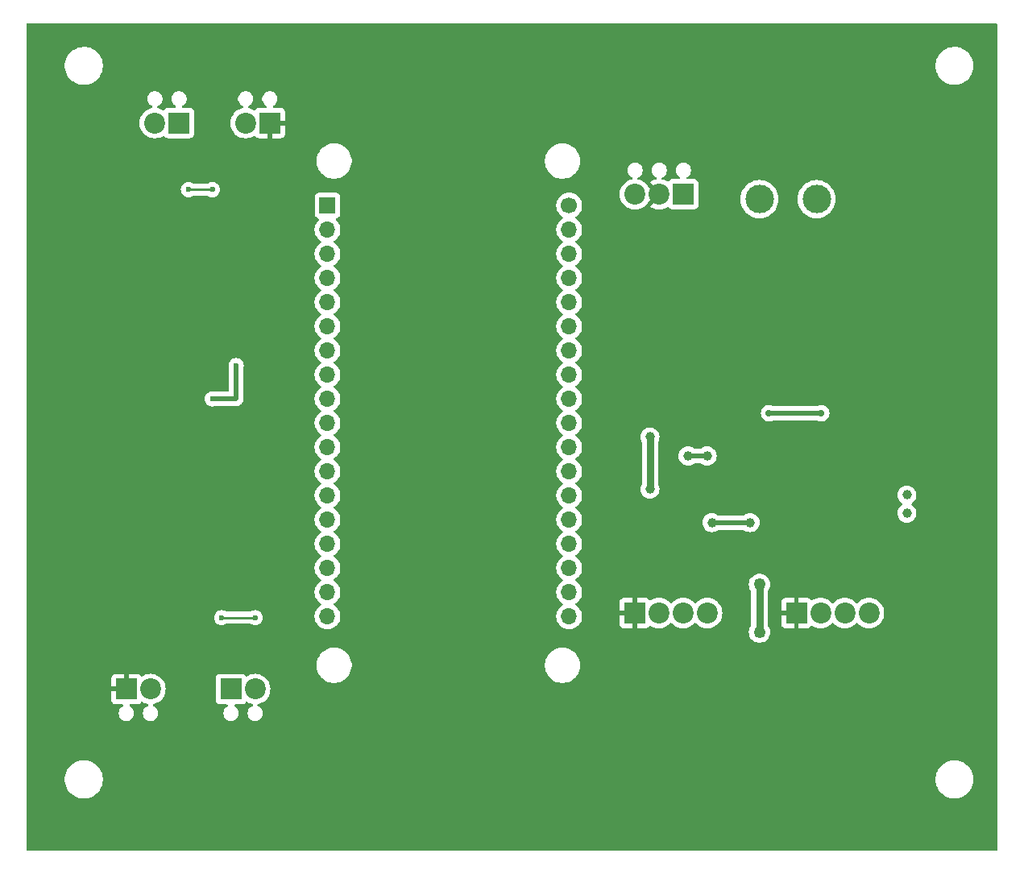
<source format=gbl>
G04 #@! TF.GenerationSoftware,KiCad,Pcbnew,8.0.5*
G04 #@! TF.CreationDate,2024-11-14T17:14:10-08:00*
G04 #@! TF.ProjectId,Predator-Bot-V1,50726564-6174-46f7-922d-426f742d5631,0.01*
G04 #@! TF.SameCoordinates,Original*
G04 #@! TF.FileFunction,Copper,L2,Bot*
G04 #@! TF.FilePolarity,Positive*
%FSLAX46Y46*%
G04 Gerber Fmt 4.6, Leading zero omitted, Abs format (unit mm)*
G04 Created by KiCad (PCBNEW 8.0.5) date 2024-11-14 17:14:10*
%MOMM*%
%LPD*%
G01*
G04 APERTURE LIST*
G04 #@! TA.AperFunction,ComponentPad*
%ADD10C,0.630000*%
G04 #@! TD*
G04 #@! TA.AperFunction,SMDPad,CuDef*
%ADD11R,3.300000X2.600000*%
G04 #@! TD*
G04 #@! TA.AperFunction,ComponentPad*
%ADD12R,1.700000X1.700000*%
G04 #@! TD*
G04 #@! TA.AperFunction,ComponentPad*
%ADD13O,1.700000X1.700000*%
G04 #@! TD*
G04 #@! TA.AperFunction,ComponentPad*
%ADD14C,1.700000*%
G04 #@! TD*
G04 #@! TA.AperFunction,ComponentPad*
%ADD15C,2.200000*%
G04 #@! TD*
G04 #@! TA.AperFunction,ComponentPad*
%ADD16R,2.200000X2.200000*%
G04 #@! TD*
G04 #@! TA.AperFunction,ComponentPad*
%ADD17C,1.000000*%
G04 #@! TD*
G04 #@! TA.AperFunction,ComponentPad*
%ADD18C,3.000000*%
G04 #@! TD*
G04 #@! TA.AperFunction,ViaPad*
%ADD19C,1.250000*%
G04 #@! TD*
G04 #@! TA.AperFunction,ViaPad*
%ADD20C,0.600000*%
G04 #@! TD*
G04 #@! TA.AperFunction,ViaPad*
%ADD21C,1.500000*%
G04 #@! TD*
G04 #@! TA.AperFunction,ViaPad*
%ADD22C,0.500000*%
G04 #@! TD*
G04 #@! TA.AperFunction,ViaPad*
%ADD23C,1.000000*%
G04 #@! TD*
G04 #@! TA.AperFunction,ViaPad*
%ADD24C,0.700000*%
G04 #@! TD*
G04 #@! TA.AperFunction,Conductor*
%ADD25C,0.750000*%
G04 #@! TD*
G04 #@! TA.AperFunction,Conductor*
%ADD26C,0.500000*%
G04 #@! TD*
G04 #@! TA.AperFunction,Conductor*
%ADD27C,0.254000*%
G04 #@! TD*
G04 #@! TA.AperFunction,Conductor*
%ADD28C,0.300000*%
G04 #@! TD*
G04 APERTURE END LIST*
D10*
X115245000Y-106005000D03*
X113945000Y-106005000D03*
X112645000Y-106005000D03*
D11*
X113945000Y-106655000D03*
D10*
X115245000Y-107305000D03*
X113945000Y-107305000D03*
X112645000Y-107305000D03*
D12*
X125600000Y-74680000D03*
D13*
X125600000Y-77220000D03*
X125600000Y-79760000D03*
X125600000Y-82300000D03*
X125600000Y-84840000D03*
X125600000Y-87380000D03*
X125600000Y-89920000D03*
X125600000Y-92460000D03*
X125600000Y-95000000D03*
X125600000Y-97540000D03*
X125600000Y-100080000D03*
X125600000Y-102620000D03*
X125600000Y-105160000D03*
X125600000Y-107700000D03*
X125600000Y-110240000D03*
X125600000Y-112780000D03*
X125600000Y-115320000D03*
X125600000Y-117860000D03*
X151000000Y-117860000D03*
X151000000Y-115320000D03*
X151000000Y-112780000D03*
X151000000Y-110240000D03*
X151000000Y-107700000D03*
X151000000Y-105160000D03*
X151000000Y-102620000D03*
X151000000Y-100080000D03*
X151000000Y-97540000D03*
X151000000Y-95000000D03*
X151000000Y-92460000D03*
X151000000Y-89920000D03*
X151000000Y-87380000D03*
X151000000Y-84840000D03*
X151000000Y-82300000D03*
X151000000Y-79760000D03*
X151000000Y-77220000D03*
D14*
X151000000Y-74680000D03*
D15*
X107000000Y-125500000D03*
D16*
X104460000Y-125500000D03*
D17*
X186486526Y-105100000D03*
X186486526Y-107000000D03*
D16*
X174880000Y-117500000D03*
D15*
X177420000Y-117500000D03*
X179960000Y-117500000D03*
X182500000Y-117500000D03*
X117000000Y-66000000D03*
D16*
X119540000Y-66000000D03*
X163000000Y-73500000D03*
D15*
X160460000Y-73500000D03*
X157920000Y-73500000D03*
D18*
X171000000Y-74000000D03*
D15*
X107460000Y-66000000D03*
D16*
X110000000Y-66000000D03*
D10*
X115630000Y-83220000D03*
X114330000Y-83220000D03*
X113030000Y-83220000D03*
D11*
X114330000Y-83870000D03*
D10*
X115630000Y-84520000D03*
X114330000Y-84520000D03*
X113030000Y-84520000D03*
D18*
X177000000Y-74000000D03*
D15*
X118000000Y-125500000D03*
D16*
X115460000Y-125500000D03*
D15*
X165500000Y-117500000D03*
X162960000Y-117500000D03*
X160420000Y-117500000D03*
D16*
X157880000Y-117500000D03*
D19*
X171000000Y-114500000D03*
X171000000Y-119500000D03*
D20*
X111000000Y-73000000D03*
X113500000Y-73000000D03*
X113500000Y-95000000D03*
X116000000Y-91500000D03*
X118000000Y-118000000D03*
X114500000Y-118000000D03*
D21*
X111000000Y-87000000D03*
X106255000Y-98607500D03*
X118000000Y-87000000D03*
X109500000Y-110000000D03*
X111000000Y-81000000D03*
X109500000Y-102000000D03*
X118000000Y-83000000D03*
X111000000Y-89000000D03*
X118000000Y-85000000D03*
X118000000Y-104000000D03*
X109500000Y-104000000D03*
X118000000Y-102000000D03*
X118000000Y-110000000D03*
D20*
X178250000Y-102000000D03*
D21*
X118000000Y-89000000D03*
X109500000Y-106000000D03*
D22*
X179500000Y-90000000D03*
D21*
X118000000Y-106000000D03*
X111000000Y-83000000D03*
D20*
X181750000Y-102000000D03*
D21*
X106175000Y-96000000D03*
X168500000Y-124500000D03*
X111000000Y-79000000D03*
X118000000Y-81000000D03*
X109500000Y-108000000D03*
X157000000Y-79500000D03*
D22*
X178000000Y-92000000D03*
D21*
X111000000Y-85000000D03*
X118000000Y-108000000D03*
X193500000Y-105000000D03*
D23*
X166000000Y-108000000D03*
X163500000Y-101000000D03*
X165500000Y-101000000D03*
X159500000Y-104500000D03*
D24*
X172000000Y-96500000D03*
X177500000Y-96500000D03*
D23*
X159500000Y-99000000D03*
X170000000Y-108000000D03*
D25*
X159500000Y-99000000D02*
X159500000Y-104500000D01*
X171000000Y-114500000D02*
X171000000Y-119500000D01*
D26*
X165500000Y-101000000D02*
X163500000Y-101000000D01*
D27*
X113500000Y-73000000D02*
X111000000Y-73000000D01*
X114500000Y-118000000D02*
X118000000Y-118000000D01*
D26*
X113500000Y-95000000D02*
X116000000Y-95000000D01*
X116000000Y-95000000D02*
X116000000Y-91500000D01*
X178250000Y-102000000D02*
X181750000Y-102000000D01*
D28*
X178000000Y-92000000D02*
X179500000Y-90500000D01*
X179500000Y-90500000D02*
X179500000Y-90000000D01*
D26*
X170000000Y-108000000D02*
X166000000Y-108000000D01*
X177500000Y-96500000D02*
X172000000Y-96500000D01*
G04 #@! TA.AperFunction,Conductor*
G36*
X120000000Y-90500000D02*
G01*
X109500000Y-90500000D01*
X109500000Y-77500000D01*
X120000000Y-77500000D01*
X120000000Y-90500000D01*
G37*
G04 #@! TD.AperFunction*
G04 #@! TA.AperFunction,Conductor*
G36*
X120000000Y-112500000D02*
G01*
X108000000Y-112500000D01*
X108000000Y-100000000D01*
X120000000Y-100000000D01*
X120000000Y-112500000D01*
G37*
G04 #@! TD.AperFunction*
G04 #@! TA.AperFunction,Conductor*
G36*
X195943039Y-55519685D02*
G01*
X195988794Y-55572489D01*
X196000000Y-55624000D01*
X196000000Y-142376000D01*
X195980315Y-142443039D01*
X195927511Y-142488794D01*
X195876000Y-142500000D01*
X94124000Y-142500000D01*
X94056961Y-142480315D01*
X94011206Y-142427511D01*
X94000000Y-142376000D01*
X94000000Y-134868872D01*
X97999500Y-134868872D01*
X97999500Y-135131127D01*
X98026123Y-135333339D01*
X98033730Y-135391116D01*
X98101602Y-135644418D01*
X98101605Y-135644428D01*
X98201953Y-135886690D01*
X98201958Y-135886700D01*
X98333075Y-136113803D01*
X98492718Y-136321851D01*
X98492726Y-136321860D01*
X98678140Y-136507274D01*
X98678148Y-136507281D01*
X98886196Y-136666924D01*
X99113299Y-136798041D01*
X99113309Y-136798046D01*
X99355571Y-136898394D01*
X99355581Y-136898398D01*
X99608884Y-136966270D01*
X99868880Y-137000500D01*
X99868887Y-137000500D01*
X100131113Y-137000500D01*
X100131120Y-137000500D01*
X100391116Y-136966270D01*
X100644419Y-136898398D01*
X100886697Y-136798043D01*
X101113803Y-136666924D01*
X101321851Y-136507282D01*
X101321855Y-136507277D01*
X101321860Y-136507274D01*
X101507274Y-136321860D01*
X101507277Y-136321855D01*
X101507282Y-136321851D01*
X101666924Y-136113803D01*
X101798043Y-135886697D01*
X101898398Y-135644419D01*
X101966270Y-135391116D01*
X102000500Y-135131120D01*
X102000500Y-134868880D01*
X102000499Y-134868872D01*
X189499500Y-134868872D01*
X189499500Y-135131127D01*
X189526123Y-135333339D01*
X189533730Y-135391116D01*
X189601602Y-135644418D01*
X189601605Y-135644428D01*
X189701953Y-135886690D01*
X189701958Y-135886700D01*
X189833075Y-136113803D01*
X189992718Y-136321851D01*
X189992726Y-136321860D01*
X190178140Y-136507274D01*
X190178148Y-136507281D01*
X190386196Y-136666924D01*
X190613299Y-136798041D01*
X190613309Y-136798046D01*
X190855571Y-136898394D01*
X190855581Y-136898398D01*
X191108884Y-136966270D01*
X191368880Y-137000500D01*
X191368887Y-137000500D01*
X191631113Y-137000500D01*
X191631120Y-137000500D01*
X191891116Y-136966270D01*
X192144419Y-136898398D01*
X192386697Y-136798043D01*
X192613803Y-136666924D01*
X192821851Y-136507282D01*
X192821855Y-136507277D01*
X192821860Y-136507274D01*
X193007274Y-136321860D01*
X193007277Y-136321855D01*
X193007282Y-136321851D01*
X193166924Y-136113803D01*
X193298043Y-135886697D01*
X193398398Y-135644419D01*
X193466270Y-135391116D01*
X193500500Y-135131120D01*
X193500500Y-134868880D01*
X193466270Y-134608884D01*
X193398398Y-134355581D01*
X193398394Y-134355571D01*
X193298046Y-134113309D01*
X193298041Y-134113299D01*
X193166924Y-133886196D01*
X193007281Y-133678148D01*
X193007274Y-133678140D01*
X192821860Y-133492726D01*
X192821851Y-133492718D01*
X192613803Y-133333075D01*
X192386700Y-133201958D01*
X192386690Y-133201953D01*
X192144428Y-133101605D01*
X192144421Y-133101603D01*
X192144419Y-133101602D01*
X191891116Y-133033730D01*
X191833339Y-133026123D01*
X191631127Y-132999500D01*
X191631120Y-132999500D01*
X191368880Y-132999500D01*
X191368872Y-132999500D01*
X191137772Y-133029926D01*
X191108884Y-133033730D01*
X190855581Y-133101602D01*
X190855571Y-133101605D01*
X190613309Y-133201953D01*
X190613299Y-133201958D01*
X190386196Y-133333075D01*
X190178148Y-133492718D01*
X189992718Y-133678148D01*
X189833075Y-133886196D01*
X189701958Y-134113299D01*
X189701953Y-134113309D01*
X189601605Y-134355571D01*
X189601602Y-134355581D01*
X189533730Y-134608885D01*
X189499500Y-134868872D01*
X102000499Y-134868872D01*
X101966270Y-134608884D01*
X101898398Y-134355581D01*
X101898394Y-134355571D01*
X101798046Y-134113309D01*
X101798041Y-134113299D01*
X101666924Y-133886196D01*
X101507281Y-133678148D01*
X101507274Y-133678140D01*
X101321860Y-133492726D01*
X101321851Y-133492718D01*
X101113803Y-133333075D01*
X100886700Y-133201958D01*
X100886690Y-133201953D01*
X100644428Y-133101605D01*
X100644421Y-133101603D01*
X100644419Y-133101602D01*
X100391116Y-133033730D01*
X100333339Y-133026123D01*
X100131127Y-132999500D01*
X100131120Y-132999500D01*
X99868880Y-132999500D01*
X99868872Y-132999500D01*
X99637772Y-133029926D01*
X99608884Y-133033730D01*
X99355581Y-133101602D01*
X99355571Y-133101605D01*
X99113309Y-133201953D01*
X99113299Y-133201958D01*
X98886196Y-133333075D01*
X98678148Y-133492718D01*
X98492718Y-133678148D01*
X98333075Y-133886196D01*
X98201958Y-134113299D01*
X98201953Y-134113309D01*
X98101605Y-134355571D01*
X98101602Y-134355581D01*
X98033730Y-134608885D01*
X97999500Y-134868872D01*
X94000000Y-134868872D01*
X94000000Y-124352155D01*
X102860000Y-124352155D01*
X102860000Y-125250000D01*
X103969252Y-125250000D01*
X103947482Y-125287708D01*
X103910000Y-125427591D01*
X103910000Y-125572409D01*
X103947482Y-125712292D01*
X103969252Y-125750000D01*
X102860000Y-125750000D01*
X102860000Y-126647844D01*
X102866401Y-126707372D01*
X102866403Y-126707379D01*
X102916645Y-126842086D01*
X102916649Y-126842093D01*
X103002809Y-126957187D01*
X103002812Y-126957190D01*
X103117906Y-127043350D01*
X103117913Y-127043354D01*
X103252620Y-127093596D01*
X103252627Y-127093598D01*
X103312155Y-127099999D01*
X103312172Y-127100000D01*
X104017218Y-127100000D01*
X104084257Y-127119685D01*
X104130012Y-127172489D01*
X104139956Y-127241647D01*
X104110931Y-127305203D01*
X104084999Y-127325894D01*
X104085886Y-127327221D01*
X103949711Y-127418210D01*
X103949707Y-127418213D01*
X103838213Y-127529707D01*
X103838210Y-127529711D01*
X103750609Y-127660814D01*
X103750602Y-127660827D01*
X103690264Y-127806498D01*
X103690261Y-127806510D01*
X103659500Y-127961153D01*
X103659500Y-128118846D01*
X103690261Y-128273489D01*
X103690264Y-128273501D01*
X103750602Y-128419172D01*
X103750609Y-128419185D01*
X103838210Y-128550288D01*
X103838213Y-128550292D01*
X103949707Y-128661786D01*
X103949711Y-128661789D01*
X104080814Y-128749390D01*
X104080827Y-128749397D01*
X104226498Y-128809735D01*
X104226503Y-128809737D01*
X104381153Y-128840499D01*
X104381156Y-128840500D01*
X104381158Y-128840500D01*
X104538844Y-128840500D01*
X104538845Y-128840499D01*
X104693497Y-128809737D01*
X104839179Y-128749394D01*
X104970289Y-128661789D01*
X105081789Y-128550289D01*
X105169394Y-128419179D01*
X105229737Y-128273497D01*
X105260500Y-128118842D01*
X105260500Y-127961158D01*
X105260500Y-127961155D01*
X105260499Y-127961153D01*
X105229738Y-127806510D01*
X105229737Y-127806503D01*
X105229735Y-127806498D01*
X105169397Y-127660827D01*
X105169390Y-127660814D01*
X105081789Y-127529711D01*
X105081786Y-127529707D01*
X104970292Y-127418213D01*
X104970288Y-127418210D01*
X104834114Y-127327221D01*
X104835695Y-127324854D01*
X104794526Y-127284470D01*
X104779019Y-127216343D01*
X104802805Y-127150647D01*
X104858334Y-127108240D01*
X104902782Y-127100000D01*
X105607828Y-127100000D01*
X105607844Y-127099999D01*
X105667372Y-127093598D01*
X105667379Y-127093596D01*
X105802086Y-127043354D01*
X105802093Y-127043350D01*
X105917186Y-126957190D01*
X105974498Y-126880633D01*
X106030432Y-126838762D01*
X106100124Y-126833778D01*
X106138555Y-126849217D01*
X106271140Y-126930466D01*
X106336523Y-126957548D01*
X106503889Y-127026873D01*
X106671043Y-127067003D01*
X106731634Y-127101792D01*
X106763799Y-127163818D01*
X106757323Y-127233387D01*
X106714264Y-127288411D01*
X106689550Y-127302137D01*
X106620820Y-127330606D01*
X106620814Y-127330609D01*
X106489711Y-127418210D01*
X106489707Y-127418213D01*
X106378213Y-127529707D01*
X106378210Y-127529711D01*
X106290609Y-127660814D01*
X106290602Y-127660827D01*
X106230264Y-127806498D01*
X106230261Y-127806510D01*
X106199500Y-127961153D01*
X106199500Y-128118846D01*
X106230261Y-128273489D01*
X106230264Y-128273501D01*
X106290602Y-128419172D01*
X106290609Y-128419185D01*
X106378210Y-128550288D01*
X106378213Y-128550292D01*
X106489707Y-128661786D01*
X106489711Y-128661789D01*
X106620814Y-128749390D01*
X106620827Y-128749397D01*
X106766498Y-128809735D01*
X106766503Y-128809737D01*
X106921153Y-128840499D01*
X106921156Y-128840500D01*
X106921158Y-128840500D01*
X107078844Y-128840500D01*
X107078845Y-128840499D01*
X107233497Y-128809737D01*
X107379179Y-128749394D01*
X107510289Y-128661789D01*
X107621789Y-128550289D01*
X107709394Y-128419179D01*
X107769737Y-128273497D01*
X107800500Y-128118842D01*
X107800500Y-127961158D01*
X107800500Y-127961155D01*
X107800499Y-127961153D01*
X107769738Y-127806510D01*
X107769737Y-127806503D01*
X107769735Y-127806498D01*
X107709397Y-127660827D01*
X107709390Y-127660814D01*
X107621789Y-127529711D01*
X107621786Y-127529707D01*
X107510292Y-127418213D01*
X107510288Y-127418210D01*
X107379185Y-127330609D01*
X107379175Y-127330604D01*
X107310450Y-127302137D01*
X107256047Y-127258296D01*
X107233982Y-127192001D01*
X107251261Y-127124302D01*
X107302399Y-127076692D01*
X107328950Y-127067004D01*
X107496111Y-127026873D01*
X107728859Y-126930466D01*
X107943659Y-126798836D01*
X108135224Y-126635224D01*
X108298836Y-126443659D01*
X108430466Y-126228859D01*
X108526873Y-125996111D01*
X108585683Y-125751148D01*
X108605449Y-125500000D01*
X108585683Y-125248852D01*
X108526873Y-125003889D01*
X108504552Y-124950000D01*
X108430466Y-124771140D01*
X108298839Y-124556346D01*
X108298838Y-124556343D01*
X108261875Y-124513066D01*
X108135224Y-124364776D01*
X108120423Y-124352135D01*
X113859500Y-124352135D01*
X113859500Y-126647870D01*
X113859501Y-126647876D01*
X113865908Y-126707483D01*
X113916202Y-126842328D01*
X113916206Y-126842335D01*
X114002452Y-126957544D01*
X114002455Y-126957547D01*
X114117664Y-127043793D01*
X114117671Y-127043797D01*
X114252517Y-127094091D01*
X114252516Y-127094091D01*
X114259444Y-127094835D01*
X114312127Y-127100500D01*
X115016427Y-127100499D01*
X115083464Y-127120183D01*
X115129219Y-127172987D01*
X115139163Y-127242146D01*
X115110138Y-127305702D01*
X115085316Y-127327601D01*
X114949711Y-127418210D01*
X114949707Y-127418213D01*
X114838213Y-127529707D01*
X114838210Y-127529711D01*
X114750609Y-127660814D01*
X114750602Y-127660827D01*
X114690264Y-127806498D01*
X114690261Y-127806510D01*
X114659500Y-127961153D01*
X114659500Y-128118846D01*
X114690261Y-128273489D01*
X114690264Y-128273501D01*
X114750602Y-128419172D01*
X114750609Y-128419185D01*
X114838210Y-128550288D01*
X114838213Y-128550292D01*
X114949707Y-128661786D01*
X114949711Y-128661789D01*
X115080814Y-128749390D01*
X115080827Y-128749397D01*
X115226498Y-128809735D01*
X115226503Y-128809737D01*
X115381153Y-128840499D01*
X115381156Y-128840500D01*
X115381158Y-128840500D01*
X115538844Y-128840500D01*
X115538845Y-128840499D01*
X115693497Y-128809737D01*
X115839179Y-128749394D01*
X115970289Y-128661789D01*
X116081789Y-128550289D01*
X116169394Y-128419179D01*
X116229737Y-128273497D01*
X116260500Y-128118842D01*
X116260500Y-127961158D01*
X116260500Y-127961155D01*
X116260499Y-127961153D01*
X116229738Y-127806510D01*
X116229737Y-127806503D01*
X116229735Y-127806498D01*
X116169397Y-127660827D01*
X116169390Y-127660814D01*
X116081789Y-127529711D01*
X116081786Y-127529707D01*
X115970292Y-127418213D01*
X115970288Y-127418210D01*
X115834683Y-127327601D01*
X115789878Y-127273989D01*
X115781171Y-127204664D01*
X115811326Y-127141636D01*
X115870769Y-127104917D01*
X115903571Y-127100499D01*
X116607872Y-127100499D01*
X116667483Y-127094091D01*
X116802331Y-127043796D01*
X116917546Y-126957546D01*
X116974928Y-126880893D01*
X117030860Y-126839024D01*
X117100552Y-126834040D01*
X117138983Y-126849479D01*
X117271140Y-126930466D01*
X117336523Y-126957548D01*
X117503889Y-127026873D01*
X117671043Y-127067003D01*
X117731634Y-127101792D01*
X117763799Y-127163818D01*
X117757323Y-127233387D01*
X117714264Y-127288411D01*
X117689550Y-127302137D01*
X117620820Y-127330606D01*
X117620814Y-127330609D01*
X117489711Y-127418210D01*
X117489707Y-127418213D01*
X117378213Y-127529707D01*
X117378210Y-127529711D01*
X117290609Y-127660814D01*
X117290602Y-127660827D01*
X117230264Y-127806498D01*
X117230261Y-127806510D01*
X117199500Y-127961153D01*
X117199500Y-128118846D01*
X117230261Y-128273489D01*
X117230264Y-128273501D01*
X117290602Y-128419172D01*
X117290609Y-128419185D01*
X117378210Y-128550288D01*
X117378213Y-128550292D01*
X117489707Y-128661786D01*
X117489711Y-128661789D01*
X117620814Y-128749390D01*
X117620827Y-128749397D01*
X117766498Y-128809735D01*
X117766503Y-128809737D01*
X117921153Y-128840499D01*
X117921156Y-128840500D01*
X117921158Y-128840500D01*
X118078844Y-128840500D01*
X118078845Y-128840499D01*
X118233497Y-128809737D01*
X118379179Y-128749394D01*
X118510289Y-128661789D01*
X118621789Y-128550289D01*
X118709394Y-128419179D01*
X118769737Y-128273497D01*
X118800500Y-128118842D01*
X118800500Y-127961158D01*
X118800500Y-127961155D01*
X118800499Y-127961153D01*
X118769738Y-127806510D01*
X118769737Y-127806503D01*
X118769735Y-127806498D01*
X118709397Y-127660827D01*
X118709390Y-127660814D01*
X118621789Y-127529711D01*
X118621786Y-127529707D01*
X118510292Y-127418213D01*
X118510288Y-127418210D01*
X118379185Y-127330609D01*
X118379175Y-127330604D01*
X118310450Y-127302137D01*
X118256047Y-127258296D01*
X118233982Y-127192001D01*
X118251261Y-127124302D01*
X118302399Y-127076692D01*
X118328950Y-127067004D01*
X118496111Y-127026873D01*
X118728859Y-126930466D01*
X118943659Y-126798836D01*
X119135224Y-126635224D01*
X119298836Y-126443659D01*
X119430466Y-126228859D01*
X119526873Y-125996111D01*
X119585683Y-125751148D01*
X119605449Y-125500000D01*
X119585683Y-125248852D01*
X119526873Y-125003889D01*
X119504552Y-124950000D01*
X119430466Y-124771140D01*
X119298839Y-124556346D01*
X119298838Y-124556343D01*
X119261875Y-124513066D01*
X119135224Y-124364776D01*
X118968917Y-124222736D01*
X118943656Y-124201161D01*
X118943653Y-124201160D01*
X118728859Y-124069533D01*
X118496110Y-123973126D01*
X118251151Y-123914317D01*
X118000000Y-123894551D01*
X117748848Y-123914317D01*
X117503889Y-123973126D01*
X117271140Y-124069533D01*
X117138983Y-124150520D01*
X117071537Y-124168765D01*
X117004935Y-124147649D01*
X116974927Y-124119104D01*
X116917547Y-124042455D01*
X116917544Y-124042452D01*
X116802335Y-123956206D01*
X116802328Y-123956202D01*
X116667482Y-123905908D01*
X116667483Y-123905908D01*
X116607883Y-123899501D01*
X116607881Y-123899500D01*
X116607873Y-123899500D01*
X116607864Y-123899500D01*
X114312129Y-123899500D01*
X114312123Y-123899501D01*
X114252516Y-123905908D01*
X114117671Y-123956202D01*
X114117664Y-123956206D01*
X114002455Y-124042452D01*
X114002452Y-124042455D01*
X113916206Y-124157664D01*
X113916202Y-124157671D01*
X113865908Y-124292517D01*
X113859501Y-124352116D01*
X113859500Y-124352135D01*
X108120423Y-124352135D01*
X107968917Y-124222736D01*
X107943656Y-124201161D01*
X107943653Y-124201160D01*
X107728859Y-124069533D01*
X107496110Y-123973126D01*
X107251151Y-123914317D01*
X107000000Y-123894551D01*
X106748848Y-123914317D01*
X106503889Y-123973126D01*
X106271145Y-124069531D01*
X106138555Y-124150783D01*
X106071109Y-124169027D01*
X106004506Y-124147910D01*
X105974499Y-124119366D01*
X105917190Y-124042812D01*
X105917187Y-124042809D01*
X105802093Y-123956649D01*
X105802086Y-123956645D01*
X105667379Y-123906403D01*
X105667372Y-123906401D01*
X105607844Y-123900000D01*
X104710000Y-123900000D01*
X104710000Y-125009252D01*
X104672292Y-124987482D01*
X104532409Y-124950000D01*
X104387591Y-124950000D01*
X104247708Y-124987482D01*
X104210000Y-125009252D01*
X104210000Y-123900000D01*
X103312155Y-123900000D01*
X103252627Y-123906401D01*
X103252620Y-123906403D01*
X103117913Y-123956645D01*
X103117906Y-123956649D01*
X103002812Y-124042809D01*
X103002809Y-124042812D01*
X102916649Y-124157906D01*
X102916645Y-124157913D01*
X102866403Y-124292620D01*
X102866401Y-124292627D01*
X102860000Y-124352155D01*
X94000000Y-124352155D01*
X94000000Y-122878711D01*
X124449500Y-122878711D01*
X124449500Y-123121288D01*
X124481161Y-123361785D01*
X124543947Y-123596104D01*
X124636773Y-123820205D01*
X124636776Y-123820212D01*
X124758064Y-124030289D01*
X124758066Y-124030292D01*
X124758067Y-124030293D01*
X124905733Y-124222736D01*
X124905739Y-124222743D01*
X125077256Y-124394260D01*
X125077262Y-124394265D01*
X125269711Y-124541936D01*
X125479788Y-124663224D01*
X125703900Y-124756054D01*
X125938211Y-124818838D01*
X126118586Y-124842584D01*
X126178711Y-124850500D01*
X126178712Y-124850500D01*
X126421289Y-124850500D01*
X126469388Y-124844167D01*
X126661789Y-124818838D01*
X126896100Y-124756054D01*
X127120212Y-124663224D01*
X127330289Y-124541936D01*
X127522738Y-124394265D01*
X127694265Y-124222738D01*
X127841936Y-124030289D01*
X127963224Y-123820212D01*
X128056054Y-123596100D01*
X128118838Y-123361789D01*
X128150500Y-123121288D01*
X128150500Y-122878712D01*
X128150500Y-122878711D01*
X148449500Y-122878711D01*
X148449500Y-123121288D01*
X148481161Y-123361785D01*
X148543947Y-123596104D01*
X148636773Y-123820205D01*
X148636776Y-123820212D01*
X148758064Y-124030289D01*
X148758066Y-124030292D01*
X148758067Y-124030293D01*
X148905733Y-124222736D01*
X148905739Y-124222743D01*
X149077256Y-124394260D01*
X149077262Y-124394265D01*
X149269711Y-124541936D01*
X149479788Y-124663224D01*
X149703900Y-124756054D01*
X149938211Y-124818838D01*
X150118586Y-124842584D01*
X150178711Y-124850500D01*
X150178712Y-124850500D01*
X150421289Y-124850500D01*
X150469388Y-124844167D01*
X150661789Y-124818838D01*
X150896100Y-124756054D01*
X151120212Y-124663224D01*
X151330289Y-124541936D01*
X151522738Y-124394265D01*
X151694265Y-124222738D01*
X151841936Y-124030289D01*
X151963224Y-123820212D01*
X152056054Y-123596100D01*
X152118838Y-123361789D01*
X152150500Y-123121288D01*
X152150500Y-122878712D01*
X152118838Y-122638211D01*
X152056054Y-122403900D01*
X151963224Y-122179788D01*
X151841936Y-121969711D01*
X151694265Y-121777262D01*
X151694260Y-121777256D01*
X151522743Y-121605739D01*
X151522736Y-121605733D01*
X151330293Y-121458067D01*
X151330292Y-121458066D01*
X151330289Y-121458064D01*
X151120212Y-121336776D01*
X151120205Y-121336773D01*
X150896104Y-121243947D01*
X150661785Y-121181161D01*
X150421289Y-121149500D01*
X150421288Y-121149500D01*
X150178712Y-121149500D01*
X150178711Y-121149500D01*
X149938214Y-121181161D01*
X149703895Y-121243947D01*
X149479794Y-121336773D01*
X149479785Y-121336777D01*
X149269706Y-121458067D01*
X149077263Y-121605733D01*
X149077256Y-121605739D01*
X148905739Y-121777256D01*
X148905733Y-121777263D01*
X148758067Y-121969706D01*
X148636777Y-122179785D01*
X148636773Y-122179794D01*
X148543947Y-122403895D01*
X148481161Y-122638214D01*
X148449500Y-122878711D01*
X128150500Y-122878711D01*
X128118838Y-122638211D01*
X128056054Y-122403900D01*
X127963224Y-122179788D01*
X127841936Y-121969711D01*
X127694265Y-121777262D01*
X127694260Y-121777256D01*
X127522743Y-121605739D01*
X127522736Y-121605733D01*
X127330293Y-121458067D01*
X127330292Y-121458066D01*
X127330289Y-121458064D01*
X127120212Y-121336776D01*
X127120205Y-121336773D01*
X126896104Y-121243947D01*
X126661785Y-121181161D01*
X126421289Y-121149500D01*
X126421288Y-121149500D01*
X126178712Y-121149500D01*
X126178711Y-121149500D01*
X125938214Y-121181161D01*
X125703895Y-121243947D01*
X125479794Y-121336773D01*
X125479785Y-121336777D01*
X125269706Y-121458067D01*
X125077263Y-121605733D01*
X125077256Y-121605739D01*
X124905739Y-121777256D01*
X124905733Y-121777263D01*
X124758067Y-121969706D01*
X124636777Y-122179785D01*
X124636773Y-122179794D01*
X124543947Y-122403895D01*
X124481161Y-122638214D01*
X124449500Y-122878711D01*
X94000000Y-122878711D01*
X94000000Y-117999996D01*
X113694435Y-117999996D01*
X113694435Y-118000003D01*
X113714630Y-118179249D01*
X113714631Y-118179254D01*
X113774211Y-118349523D01*
X113833357Y-118443653D01*
X113870184Y-118502262D01*
X113997738Y-118629816D01*
X114088080Y-118686582D01*
X114121178Y-118707379D01*
X114150478Y-118725789D01*
X114320745Y-118785368D01*
X114320750Y-118785369D01*
X114499996Y-118805565D01*
X114500000Y-118805565D01*
X114500004Y-118805565D01*
X114679249Y-118785369D01*
X114679252Y-118785368D01*
X114679255Y-118785368D01*
X114849522Y-118725789D01*
X114975700Y-118646505D01*
X115041672Y-118627500D01*
X117458328Y-118627500D01*
X117524300Y-118646506D01*
X117621178Y-118707379D01*
X117650478Y-118725789D01*
X117820745Y-118785368D01*
X117820750Y-118785369D01*
X117999996Y-118805565D01*
X118000000Y-118805565D01*
X118000004Y-118805565D01*
X118179249Y-118785369D01*
X118179252Y-118785368D01*
X118179255Y-118785368D01*
X118349522Y-118725789D01*
X118502262Y-118629816D01*
X118629816Y-118502262D01*
X118725789Y-118349522D01*
X118785368Y-118179255D01*
X118794815Y-118095413D01*
X118805565Y-118000003D01*
X118805565Y-117999996D01*
X118785369Y-117820750D01*
X118785368Y-117820745D01*
X118760613Y-117750000D01*
X118725789Y-117650478D01*
X118629816Y-117497738D01*
X118502262Y-117370184D01*
X118475700Y-117353494D01*
X118349523Y-117274211D01*
X118179254Y-117214631D01*
X118179249Y-117214630D01*
X118000004Y-117194435D01*
X117999996Y-117194435D01*
X117820750Y-117214630D01*
X117820745Y-117214631D01*
X117650476Y-117274211D01*
X117524300Y-117353494D01*
X117458328Y-117372500D01*
X115041672Y-117372500D01*
X114975700Y-117353494D01*
X114849523Y-117274211D01*
X114679254Y-117214631D01*
X114679249Y-117214630D01*
X114500004Y-117194435D01*
X114499996Y-117194435D01*
X114320750Y-117214630D01*
X114320745Y-117214631D01*
X114150476Y-117274211D01*
X113997737Y-117370184D01*
X113870184Y-117497737D01*
X113774211Y-117650476D01*
X113714631Y-117820745D01*
X113714630Y-117820750D01*
X113694435Y-117999996D01*
X94000000Y-117999996D01*
X94000000Y-112500000D01*
X108000000Y-112500000D01*
X120000000Y-112500000D01*
X120000000Y-100000000D01*
X108000000Y-100000000D01*
X108000000Y-112500000D01*
X94000000Y-112500000D01*
X94000000Y-94999996D01*
X112694435Y-94999996D01*
X112694435Y-95000003D01*
X112714630Y-95179249D01*
X112714631Y-95179254D01*
X112774211Y-95349523D01*
X112855202Y-95478419D01*
X112870184Y-95502262D01*
X112997738Y-95629816D01*
X113074152Y-95677830D01*
X113143903Y-95721658D01*
X113150478Y-95725789D01*
X113320745Y-95785368D01*
X113320750Y-95785369D01*
X113499996Y-95805565D01*
X113500000Y-95805565D01*
X113500004Y-95805565D01*
X113679249Y-95785369D01*
X113679252Y-95785368D01*
X113679255Y-95785368D01*
X113759017Y-95757457D01*
X113799972Y-95750500D01*
X116073920Y-95750500D01*
X116171462Y-95731096D01*
X116218913Y-95721658D01*
X116355495Y-95665084D01*
X116478416Y-95582951D01*
X116582951Y-95478416D01*
X116665084Y-95355495D01*
X116721658Y-95218913D01*
X116750500Y-95073918D01*
X116750500Y-91799972D01*
X116757458Y-91759017D01*
X116785368Y-91679254D01*
X116785369Y-91679249D01*
X116805565Y-91500003D01*
X116805565Y-91499996D01*
X116785369Y-91320750D01*
X116785368Y-91320745D01*
X116725788Y-91150476D01*
X116629815Y-90997737D01*
X116502262Y-90870184D01*
X116349523Y-90774211D01*
X116179254Y-90714631D01*
X116179249Y-90714630D01*
X116000004Y-90694435D01*
X115999996Y-90694435D01*
X115820750Y-90714630D01*
X115820745Y-90714631D01*
X115650476Y-90774211D01*
X115497737Y-90870184D01*
X115370184Y-90997737D01*
X115274211Y-91150476D01*
X115214631Y-91320745D01*
X115214630Y-91320750D01*
X115194435Y-91499996D01*
X115194435Y-91500003D01*
X115214630Y-91679249D01*
X115214631Y-91679254D01*
X115242542Y-91759017D01*
X115249500Y-91799972D01*
X115249500Y-94125500D01*
X115229815Y-94192539D01*
X115177011Y-94238294D01*
X115125500Y-94249500D01*
X113799972Y-94249500D01*
X113759017Y-94242542D01*
X113679254Y-94214631D01*
X113679249Y-94214630D01*
X113500004Y-94194435D01*
X113499996Y-94194435D01*
X113320750Y-94214630D01*
X113320745Y-94214631D01*
X113150476Y-94274211D01*
X112997737Y-94370184D01*
X112870184Y-94497737D01*
X112774211Y-94650476D01*
X112714631Y-94820745D01*
X112714630Y-94820750D01*
X112694435Y-94999996D01*
X94000000Y-94999996D01*
X94000000Y-90500000D01*
X109500000Y-90500000D01*
X120000000Y-90500000D01*
X120000000Y-77500000D01*
X109500000Y-77500000D01*
X109500000Y-90500000D01*
X94000000Y-90500000D01*
X94000000Y-77219999D01*
X124244341Y-77219999D01*
X124244341Y-77220000D01*
X124264936Y-77455403D01*
X124264938Y-77455413D01*
X124326094Y-77683655D01*
X124326096Y-77683659D01*
X124326097Y-77683663D01*
X124425965Y-77897830D01*
X124425967Y-77897834D01*
X124561501Y-78091395D01*
X124561506Y-78091402D01*
X124728597Y-78258493D01*
X124728603Y-78258498D01*
X124914158Y-78388425D01*
X124957783Y-78443002D01*
X124964977Y-78512500D01*
X124933454Y-78574855D01*
X124914158Y-78591575D01*
X124728597Y-78721505D01*
X124561505Y-78888597D01*
X124425965Y-79082169D01*
X124425964Y-79082171D01*
X124326098Y-79296335D01*
X124326094Y-79296344D01*
X124264938Y-79524586D01*
X124264936Y-79524596D01*
X124244341Y-79759999D01*
X124244341Y-79760000D01*
X124264936Y-79995403D01*
X124264938Y-79995413D01*
X124326094Y-80223655D01*
X124326096Y-80223659D01*
X124326097Y-80223663D01*
X124425965Y-80437830D01*
X124425967Y-80437834D01*
X124561501Y-80631395D01*
X124561506Y-80631402D01*
X124728597Y-80798493D01*
X124728603Y-80798498D01*
X124914158Y-80928425D01*
X124957783Y-80983002D01*
X124964977Y-81052500D01*
X124933454Y-81114855D01*
X124914158Y-81131575D01*
X124728597Y-81261505D01*
X124561505Y-81428597D01*
X124425965Y-81622169D01*
X124425964Y-81622171D01*
X124326098Y-81836335D01*
X124326094Y-81836344D01*
X124264938Y-82064586D01*
X124264936Y-82064596D01*
X124244341Y-82299999D01*
X124244341Y-82300000D01*
X124264936Y-82535403D01*
X124264938Y-82535413D01*
X124326094Y-82763655D01*
X124326096Y-82763659D01*
X124326097Y-82763663D01*
X124425965Y-82977830D01*
X124425967Y-82977834D01*
X124561501Y-83171395D01*
X124561506Y-83171402D01*
X124728597Y-83338493D01*
X124728603Y-83338498D01*
X124914158Y-83468425D01*
X124957783Y-83523002D01*
X124964977Y-83592500D01*
X124933454Y-83654855D01*
X124914158Y-83671575D01*
X124728597Y-83801505D01*
X124561505Y-83968597D01*
X124425965Y-84162169D01*
X124425964Y-84162171D01*
X124326098Y-84376335D01*
X124326094Y-84376344D01*
X124264938Y-84604586D01*
X124264936Y-84604596D01*
X124244341Y-84839999D01*
X124244341Y-84840000D01*
X124264936Y-85075403D01*
X124264938Y-85075413D01*
X124326094Y-85303655D01*
X124326096Y-85303659D01*
X124326097Y-85303663D01*
X124376656Y-85412086D01*
X124425965Y-85517830D01*
X124425967Y-85517834D01*
X124561501Y-85711395D01*
X124561506Y-85711402D01*
X124728597Y-85878493D01*
X124728603Y-85878498D01*
X124914158Y-86008425D01*
X124957783Y-86063002D01*
X124964977Y-86132500D01*
X124933454Y-86194855D01*
X124914158Y-86211575D01*
X124728597Y-86341505D01*
X124561505Y-86508597D01*
X124425965Y-86702169D01*
X124425964Y-86702171D01*
X124326098Y-86916335D01*
X124326094Y-86916344D01*
X124264938Y-87144586D01*
X124264936Y-87144596D01*
X124244341Y-87379999D01*
X124244341Y-87380000D01*
X124264936Y-87615403D01*
X124264938Y-87615413D01*
X124326094Y-87843655D01*
X124326096Y-87843659D01*
X124326097Y-87843663D01*
X124425965Y-88057830D01*
X124425967Y-88057834D01*
X124561501Y-88251395D01*
X124561506Y-88251402D01*
X124728597Y-88418493D01*
X124728603Y-88418498D01*
X124914158Y-88548425D01*
X124957783Y-88603002D01*
X124964977Y-88672500D01*
X124933454Y-88734855D01*
X124914158Y-88751575D01*
X124728597Y-88881505D01*
X124561505Y-89048597D01*
X124425965Y-89242169D01*
X124425964Y-89242171D01*
X124326098Y-89456335D01*
X124326094Y-89456344D01*
X124264938Y-89684586D01*
X124264936Y-89684596D01*
X124244341Y-89919999D01*
X124244341Y-89920000D01*
X124264936Y-90155403D01*
X124264938Y-90155413D01*
X124326094Y-90383655D01*
X124326096Y-90383659D01*
X124326097Y-90383663D01*
X124425965Y-90597830D01*
X124425967Y-90597834D01*
X124507749Y-90714630D01*
X124549468Y-90774211D01*
X124561501Y-90791395D01*
X124561506Y-90791402D01*
X124728597Y-90958493D01*
X124728603Y-90958498D01*
X124914158Y-91088425D01*
X124957783Y-91143002D01*
X124964977Y-91212500D01*
X124933454Y-91274855D01*
X124914158Y-91291575D01*
X124728597Y-91421505D01*
X124561505Y-91588597D01*
X124425965Y-91782169D01*
X124425964Y-91782171D01*
X124326098Y-91996335D01*
X124326094Y-91996344D01*
X124264938Y-92224586D01*
X124264936Y-92224596D01*
X124244341Y-92459999D01*
X124244341Y-92460000D01*
X124264936Y-92695403D01*
X124264938Y-92695413D01*
X124326094Y-92923655D01*
X124326096Y-92923659D01*
X124326097Y-92923663D01*
X124425965Y-93137830D01*
X124425967Y-93137834D01*
X124561501Y-93331395D01*
X124561506Y-93331402D01*
X124728597Y-93498493D01*
X124728603Y-93498498D01*
X124914158Y-93628425D01*
X124957783Y-93683002D01*
X124964977Y-93752500D01*
X124933454Y-93814855D01*
X124914158Y-93831575D01*
X124728597Y-93961505D01*
X124561505Y-94128597D01*
X124425965Y-94322169D01*
X124425964Y-94322171D01*
X124326098Y-94536335D01*
X124326094Y-94536344D01*
X124264938Y-94764586D01*
X124264936Y-94764596D01*
X124244341Y-94999999D01*
X124244341Y-95000000D01*
X124264936Y-95235403D01*
X124264938Y-95235413D01*
X124326094Y-95463655D01*
X124326096Y-95463659D01*
X124326097Y-95463663D01*
X124420020Y-95665080D01*
X124425965Y-95677830D01*
X124425967Y-95677834D01*
X124515406Y-95805565D01*
X124556657Y-95864478D01*
X124561501Y-95871395D01*
X124561506Y-95871402D01*
X124728597Y-96038493D01*
X124728603Y-96038498D01*
X124914158Y-96168425D01*
X124957783Y-96223002D01*
X124964977Y-96292500D01*
X124933454Y-96354855D01*
X124914158Y-96371575D01*
X124728597Y-96501505D01*
X124561505Y-96668597D01*
X124425965Y-96862169D01*
X124425964Y-96862171D01*
X124326098Y-97076335D01*
X124326094Y-97076344D01*
X124264938Y-97304586D01*
X124264936Y-97304596D01*
X124244341Y-97539999D01*
X124244341Y-97540000D01*
X124264936Y-97775403D01*
X124264938Y-97775413D01*
X124326094Y-98003655D01*
X124326096Y-98003659D01*
X124326097Y-98003663D01*
X124357584Y-98071186D01*
X124425965Y-98217830D01*
X124425967Y-98217834D01*
X124561501Y-98411395D01*
X124561506Y-98411402D01*
X124728597Y-98578493D01*
X124728603Y-98578498D01*
X124914158Y-98708425D01*
X124957783Y-98763002D01*
X124964977Y-98832500D01*
X124933454Y-98894855D01*
X124914158Y-98911575D01*
X124728597Y-99041505D01*
X124561505Y-99208597D01*
X124425965Y-99402169D01*
X124425964Y-99402171D01*
X124326098Y-99616335D01*
X124326094Y-99616344D01*
X124264938Y-99844586D01*
X124264936Y-99844596D01*
X124244341Y-100079999D01*
X124244341Y-100080000D01*
X124264936Y-100315403D01*
X124264938Y-100315413D01*
X124326094Y-100543655D01*
X124326096Y-100543659D01*
X124326097Y-100543663D01*
X124425965Y-100757830D01*
X124425967Y-100757834D01*
X124561501Y-100951395D01*
X124561506Y-100951402D01*
X124728597Y-101118493D01*
X124728603Y-101118498D01*
X124914158Y-101248425D01*
X124957783Y-101303002D01*
X124964977Y-101372500D01*
X124933454Y-101434855D01*
X124914158Y-101451575D01*
X124728597Y-101581505D01*
X124561505Y-101748597D01*
X124425965Y-101942169D01*
X124425964Y-101942171D01*
X124326098Y-102156335D01*
X124326094Y-102156344D01*
X124264938Y-102384586D01*
X124264936Y-102384596D01*
X124244341Y-102619999D01*
X124244341Y-102620000D01*
X124264936Y-102855403D01*
X124264938Y-102855413D01*
X124326094Y-103083655D01*
X124326096Y-103083659D01*
X124326097Y-103083663D01*
X124425965Y-103297830D01*
X124425967Y-103297834D01*
X124561501Y-103491395D01*
X124561506Y-103491402D01*
X124728597Y-103658493D01*
X124728603Y-103658498D01*
X124914158Y-103788425D01*
X124957783Y-103843002D01*
X124964977Y-103912500D01*
X124933454Y-103974855D01*
X124914158Y-103991575D01*
X124728597Y-104121505D01*
X124561505Y-104288597D01*
X124425965Y-104482169D01*
X124425964Y-104482171D01*
X124326098Y-104696335D01*
X124326094Y-104696344D01*
X124264938Y-104924586D01*
X124264936Y-104924596D01*
X124244341Y-105159999D01*
X124244341Y-105160000D01*
X124264936Y-105395403D01*
X124264938Y-105395413D01*
X124326094Y-105623655D01*
X124326096Y-105623659D01*
X124326097Y-105623663D01*
X124342357Y-105658532D01*
X124425965Y-105837830D01*
X124425967Y-105837834D01*
X124561501Y-106031395D01*
X124561506Y-106031402D01*
X124728597Y-106198493D01*
X124728603Y-106198498D01*
X124914158Y-106328425D01*
X124957783Y-106383002D01*
X124964977Y-106452500D01*
X124933454Y-106514855D01*
X124914158Y-106531575D01*
X124728597Y-106661505D01*
X124561505Y-106828597D01*
X124425965Y-107022169D01*
X124425964Y-107022171D01*
X124326098Y-107236335D01*
X124326094Y-107236344D01*
X124264938Y-107464586D01*
X124264936Y-107464596D01*
X124244341Y-107699999D01*
X124244341Y-107700000D01*
X124264936Y-107935403D01*
X124264938Y-107935413D01*
X124326094Y-108163655D01*
X124326096Y-108163659D01*
X124326097Y-108163663D01*
X124425965Y-108377830D01*
X124425967Y-108377834D01*
X124561501Y-108571395D01*
X124561506Y-108571402D01*
X124728597Y-108738493D01*
X124728603Y-108738498D01*
X124914158Y-108868425D01*
X124957783Y-108923002D01*
X124964977Y-108992500D01*
X124933454Y-109054855D01*
X124914158Y-109071575D01*
X124728597Y-109201505D01*
X124561505Y-109368597D01*
X124425965Y-109562169D01*
X124425964Y-109562171D01*
X124326098Y-109776335D01*
X124326094Y-109776344D01*
X124264938Y-110004586D01*
X124264936Y-110004596D01*
X124244341Y-110239999D01*
X124244341Y-110240000D01*
X124264936Y-110475403D01*
X124264938Y-110475413D01*
X124326094Y-110703655D01*
X124326096Y-110703659D01*
X124326097Y-110703663D01*
X124425965Y-110917830D01*
X124425967Y-110917834D01*
X124561501Y-111111395D01*
X124561506Y-111111402D01*
X124728597Y-111278493D01*
X124728603Y-111278498D01*
X124914158Y-111408425D01*
X124957783Y-111463002D01*
X124964977Y-111532500D01*
X124933454Y-111594855D01*
X124914158Y-111611575D01*
X124728597Y-111741505D01*
X124561505Y-111908597D01*
X124425965Y-112102169D01*
X124425964Y-112102171D01*
X124326098Y-112316335D01*
X124326094Y-112316344D01*
X124264938Y-112544586D01*
X124264936Y-112544596D01*
X124244341Y-112779999D01*
X124244341Y-112780000D01*
X124264936Y-113015403D01*
X124264938Y-113015413D01*
X124326094Y-113243655D01*
X124326096Y-113243659D01*
X124326097Y-113243663D01*
X124404980Y-113412827D01*
X124425965Y-113457830D01*
X124425967Y-113457834D01*
X124561501Y-113651395D01*
X124561506Y-113651402D01*
X124728597Y-113818493D01*
X124728603Y-113818498D01*
X124914158Y-113948425D01*
X124957783Y-114003002D01*
X124964977Y-114072500D01*
X124933454Y-114134855D01*
X124914158Y-114151575D01*
X124728597Y-114281505D01*
X124561505Y-114448597D01*
X124425965Y-114642169D01*
X124425964Y-114642171D01*
X124326098Y-114856335D01*
X124326094Y-114856344D01*
X124264938Y-115084586D01*
X124264936Y-115084596D01*
X124244341Y-115319999D01*
X124244341Y-115320000D01*
X124264936Y-115555403D01*
X124264938Y-115555413D01*
X124326094Y-115783655D01*
X124326096Y-115783659D01*
X124326097Y-115783663D01*
X124377805Y-115894551D01*
X124425965Y-115997830D01*
X124425967Y-115997834D01*
X124561501Y-116191395D01*
X124561506Y-116191402D01*
X124728597Y-116358493D01*
X124728603Y-116358498D01*
X124914158Y-116488425D01*
X124957783Y-116543002D01*
X124964977Y-116612500D01*
X124933454Y-116674855D01*
X124914158Y-116691575D01*
X124728597Y-116821505D01*
X124561505Y-116988597D01*
X124425965Y-117182169D01*
X124425964Y-117182171D01*
X124326098Y-117396335D01*
X124326094Y-117396344D01*
X124264938Y-117624586D01*
X124264936Y-117624596D01*
X124244341Y-117859999D01*
X124244341Y-117860000D01*
X124264936Y-118095403D01*
X124264938Y-118095413D01*
X124326094Y-118323655D01*
X124326096Y-118323659D01*
X124326097Y-118323663D01*
X124382051Y-118443656D01*
X124425965Y-118537830D01*
X124425967Y-118537834D01*
X124534281Y-118692521D01*
X124561505Y-118731401D01*
X124728599Y-118898495D01*
X124812420Y-118957187D01*
X124922165Y-119034032D01*
X124922167Y-119034033D01*
X124922170Y-119034035D01*
X125136337Y-119133903D01*
X125364592Y-119195063D01*
X125552918Y-119211539D01*
X125599999Y-119215659D01*
X125600000Y-119215659D01*
X125600001Y-119215659D01*
X125639234Y-119212226D01*
X125835408Y-119195063D01*
X126063663Y-119133903D01*
X126277830Y-119034035D01*
X126471401Y-118898495D01*
X126638495Y-118731401D01*
X126774035Y-118537830D01*
X126873903Y-118323663D01*
X126935063Y-118095408D01*
X126955659Y-117860000D01*
X126935063Y-117624592D01*
X126873903Y-117396337D01*
X126774035Y-117182171D01*
X126688414Y-117059890D01*
X126638494Y-116988597D01*
X126471402Y-116821506D01*
X126471396Y-116821501D01*
X126285842Y-116691575D01*
X126242217Y-116636998D01*
X126235023Y-116567500D01*
X126266546Y-116505145D01*
X126285842Y-116488425D01*
X126394732Y-116412179D01*
X126471401Y-116358495D01*
X126638495Y-116191401D01*
X126774035Y-115997830D01*
X126873903Y-115783663D01*
X126935063Y-115555408D01*
X126955659Y-115320000D01*
X126935063Y-115084592D01*
X126873903Y-114856337D01*
X126774035Y-114642171D01*
X126674487Y-114500000D01*
X126638494Y-114448597D01*
X126471402Y-114281506D01*
X126471396Y-114281501D01*
X126285842Y-114151575D01*
X126242217Y-114096998D01*
X126235023Y-114027500D01*
X126266546Y-113965145D01*
X126285842Y-113948425D01*
X126347915Y-113904961D01*
X126471401Y-113818495D01*
X126638495Y-113651401D01*
X126774035Y-113457830D01*
X126873903Y-113243663D01*
X126935063Y-113015408D01*
X126955659Y-112780000D01*
X126935063Y-112544592D01*
X126873903Y-112316337D01*
X126774035Y-112102171D01*
X126638495Y-111908599D01*
X126638494Y-111908597D01*
X126471402Y-111741506D01*
X126471396Y-111741501D01*
X126285842Y-111611575D01*
X126242217Y-111556998D01*
X126235023Y-111487500D01*
X126266546Y-111425145D01*
X126285842Y-111408425D01*
X126308026Y-111392891D01*
X126471401Y-111278495D01*
X126638495Y-111111401D01*
X126774035Y-110917830D01*
X126873903Y-110703663D01*
X126935063Y-110475408D01*
X126955659Y-110240000D01*
X126935063Y-110004592D01*
X126873903Y-109776337D01*
X126774035Y-109562171D01*
X126638495Y-109368599D01*
X126638494Y-109368597D01*
X126471402Y-109201506D01*
X126471396Y-109201501D01*
X126285842Y-109071575D01*
X126242217Y-109016998D01*
X126235023Y-108947500D01*
X126266546Y-108885145D01*
X126285842Y-108868425D01*
X126332278Y-108835910D01*
X126471401Y-108738495D01*
X126638495Y-108571401D01*
X126774035Y-108377830D01*
X126873903Y-108163663D01*
X126935063Y-107935408D01*
X126955659Y-107700000D01*
X126935063Y-107464592D01*
X126873903Y-107236337D01*
X126774035Y-107022171D01*
X126768297Y-107013975D01*
X126638494Y-106828597D01*
X126471402Y-106661506D01*
X126471396Y-106661501D01*
X126285842Y-106531575D01*
X126242217Y-106476998D01*
X126235023Y-106407500D01*
X126266546Y-106345145D01*
X126285842Y-106328425D01*
X126341981Y-106289116D01*
X126471401Y-106198495D01*
X126638495Y-106031401D01*
X126774035Y-105837830D01*
X126873903Y-105623663D01*
X126935063Y-105395408D01*
X126955659Y-105160000D01*
X126935063Y-104924592D01*
X126873903Y-104696337D01*
X126774035Y-104482171D01*
X126708879Y-104389117D01*
X126638494Y-104288597D01*
X126471402Y-104121506D01*
X126471396Y-104121501D01*
X126285842Y-103991575D01*
X126242217Y-103936998D01*
X126235023Y-103867500D01*
X126266546Y-103805145D01*
X126285842Y-103788425D01*
X126308026Y-103772891D01*
X126471401Y-103658495D01*
X126638495Y-103491401D01*
X126774035Y-103297830D01*
X126873903Y-103083663D01*
X126935063Y-102855408D01*
X126955659Y-102620000D01*
X126935063Y-102384592D01*
X126873903Y-102156337D01*
X126774035Y-101942171D01*
X126764683Y-101928814D01*
X126638494Y-101748597D01*
X126471402Y-101581506D01*
X126471396Y-101581501D01*
X126285842Y-101451575D01*
X126242217Y-101396998D01*
X126235023Y-101327500D01*
X126266546Y-101265145D01*
X126285842Y-101248425D01*
X126360528Y-101196129D01*
X126471401Y-101118495D01*
X126638495Y-100951401D01*
X126774035Y-100757830D01*
X126873903Y-100543663D01*
X126935063Y-100315408D01*
X126955659Y-100080000D01*
X126935063Y-99844592D01*
X126873903Y-99616337D01*
X126774035Y-99402171D01*
X126638495Y-99208599D01*
X126638494Y-99208597D01*
X126471402Y-99041506D01*
X126471396Y-99041501D01*
X126285842Y-98911575D01*
X126242217Y-98856998D01*
X126235023Y-98787500D01*
X126266546Y-98725145D01*
X126285842Y-98708425D01*
X126308026Y-98692891D01*
X126471401Y-98578495D01*
X126638495Y-98411401D01*
X126774035Y-98217830D01*
X126873903Y-98003663D01*
X126935063Y-97775408D01*
X126955659Y-97540000D01*
X126935063Y-97304592D01*
X126873903Y-97076337D01*
X126774035Y-96862171D01*
X126644943Y-96677807D01*
X126638494Y-96668597D01*
X126471402Y-96501506D01*
X126471396Y-96501501D01*
X126285842Y-96371575D01*
X126242217Y-96316998D01*
X126235023Y-96247500D01*
X126266546Y-96185145D01*
X126285842Y-96168425D01*
X126309065Y-96152164D01*
X126471401Y-96038495D01*
X126638495Y-95871401D01*
X126774035Y-95677830D01*
X126873903Y-95463663D01*
X126935063Y-95235408D01*
X126955659Y-95000000D01*
X126935063Y-94764592D01*
X126873903Y-94536337D01*
X126774035Y-94322171D01*
X126740454Y-94274211D01*
X126638494Y-94128597D01*
X126471402Y-93961506D01*
X126471396Y-93961501D01*
X126285842Y-93831575D01*
X126242217Y-93776998D01*
X126235023Y-93707500D01*
X126266546Y-93645145D01*
X126285842Y-93628425D01*
X126308026Y-93612891D01*
X126471401Y-93498495D01*
X126638495Y-93331401D01*
X126774035Y-93137830D01*
X126873903Y-92923663D01*
X126935063Y-92695408D01*
X126955659Y-92460000D01*
X126935063Y-92224592D01*
X126873903Y-91996337D01*
X126774035Y-91782171D01*
X126757823Y-91759017D01*
X126638494Y-91588597D01*
X126471402Y-91421506D01*
X126471396Y-91421501D01*
X126285842Y-91291575D01*
X126242217Y-91236998D01*
X126235023Y-91167500D01*
X126266546Y-91105145D01*
X126285842Y-91088425D01*
X126415356Y-90997738D01*
X126471401Y-90958495D01*
X126638495Y-90791401D01*
X126774035Y-90597830D01*
X126873903Y-90383663D01*
X126935063Y-90155408D01*
X126955659Y-89920000D01*
X126935063Y-89684592D01*
X126873903Y-89456337D01*
X126774035Y-89242171D01*
X126638495Y-89048599D01*
X126638494Y-89048597D01*
X126471402Y-88881506D01*
X126471396Y-88881501D01*
X126285842Y-88751575D01*
X126242217Y-88696998D01*
X126235023Y-88627500D01*
X126266546Y-88565145D01*
X126285842Y-88548425D01*
X126308026Y-88532891D01*
X126471401Y-88418495D01*
X126638495Y-88251401D01*
X126774035Y-88057830D01*
X126873903Y-87843663D01*
X126935063Y-87615408D01*
X126955659Y-87380000D01*
X126935063Y-87144592D01*
X126873903Y-86916337D01*
X126774035Y-86702171D01*
X126638495Y-86508599D01*
X126638494Y-86508597D01*
X126471402Y-86341506D01*
X126471396Y-86341501D01*
X126285842Y-86211575D01*
X126242217Y-86156998D01*
X126235023Y-86087500D01*
X126266546Y-86025145D01*
X126285842Y-86008425D01*
X126308026Y-85992891D01*
X126471401Y-85878495D01*
X126638495Y-85711401D01*
X126774035Y-85517830D01*
X126873903Y-85303663D01*
X126935063Y-85075408D01*
X126955659Y-84840000D01*
X126935063Y-84604592D01*
X126873903Y-84376337D01*
X126774035Y-84162171D01*
X126638495Y-83968599D01*
X126638494Y-83968597D01*
X126471402Y-83801506D01*
X126471396Y-83801501D01*
X126285842Y-83671575D01*
X126242217Y-83616998D01*
X126235023Y-83547500D01*
X126266546Y-83485145D01*
X126285842Y-83468425D01*
X126404985Y-83385000D01*
X126471401Y-83338495D01*
X126638495Y-83171401D01*
X126774035Y-82977830D01*
X126873903Y-82763663D01*
X126935063Y-82535408D01*
X126955659Y-82300000D01*
X126935063Y-82064592D01*
X126873903Y-81836337D01*
X126774035Y-81622171D01*
X126638495Y-81428599D01*
X126638494Y-81428597D01*
X126471402Y-81261506D01*
X126471396Y-81261501D01*
X126285842Y-81131575D01*
X126242217Y-81076998D01*
X126235023Y-81007500D01*
X126266546Y-80945145D01*
X126285842Y-80928425D01*
X126308026Y-80912891D01*
X126471401Y-80798495D01*
X126638495Y-80631401D01*
X126774035Y-80437830D01*
X126873903Y-80223663D01*
X126935063Y-79995408D01*
X126955659Y-79760000D01*
X126935063Y-79524592D01*
X126873903Y-79296337D01*
X126774035Y-79082171D01*
X126638495Y-78888599D01*
X126638494Y-78888597D01*
X126471402Y-78721506D01*
X126471396Y-78721501D01*
X126285842Y-78591575D01*
X126242217Y-78536998D01*
X126235023Y-78467500D01*
X126266546Y-78405145D01*
X126285842Y-78388425D01*
X126308026Y-78372891D01*
X126471401Y-78258495D01*
X126638495Y-78091401D01*
X126774035Y-77897830D01*
X126873903Y-77683663D01*
X126935063Y-77455408D01*
X126955659Y-77220000D01*
X126935063Y-76984592D01*
X126873903Y-76756337D01*
X126774035Y-76542171D01*
X126638495Y-76348599D01*
X126516567Y-76226671D01*
X126483084Y-76165351D01*
X126488068Y-76095659D01*
X126529939Y-76039725D01*
X126560915Y-76022810D01*
X126692331Y-75973796D01*
X126807546Y-75887546D01*
X126893796Y-75772331D01*
X126944091Y-75637483D01*
X126950500Y-75577873D01*
X126950499Y-74679999D01*
X149644341Y-74679999D01*
X149644341Y-74680000D01*
X149664936Y-74915403D01*
X149664938Y-74915413D01*
X149726094Y-75143655D01*
X149726096Y-75143659D01*
X149726097Y-75143663D01*
X149805241Y-75313387D01*
X149825965Y-75357830D01*
X149825967Y-75357834D01*
X149961501Y-75551395D01*
X149961506Y-75551402D01*
X150128597Y-75718493D01*
X150128603Y-75718498D01*
X150314158Y-75848425D01*
X150357783Y-75903002D01*
X150364977Y-75972500D01*
X150333454Y-76034855D01*
X150314158Y-76051575D01*
X150128597Y-76181505D01*
X149961505Y-76348597D01*
X149825965Y-76542169D01*
X149825964Y-76542171D01*
X149726098Y-76756335D01*
X149726094Y-76756344D01*
X149664938Y-76984586D01*
X149664936Y-76984596D01*
X149644341Y-77219999D01*
X149644341Y-77220000D01*
X149664936Y-77455403D01*
X149664938Y-77455413D01*
X149726094Y-77683655D01*
X149726096Y-77683659D01*
X149726097Y-77683663D01*
X149825965Y-77897830D01*
X149825967Y-77897834D01*
X149961501Y-78091395D01*
X149961506Y-78091402D01*
X150128597Y-78258493D01*
X150128603Y-78258498D01*
X150314158Y-78388425D01*
X150357783Y-78443002D01*
X150364977Y-78512500D01*
X150333454Y-78574855D01*
X150314158Y-78591575D01*
X150128597Y-78721505D01*
X149961505Y-78888597D01*
X149825965Y-79082169D01*
X149825964Y-79082171D01*
X149726098Y-79296335D01*
X149726094Y-79296344D01*
X149664938Y-79524586D01*
X149664936Y-79524596D01*
X149644341Y-79759999D01*
X149644341Y-79760000D01*
X149664936Y-79995403D01*
X149664938Y-79995413D01*
X149726094Y-80223655D01*
X149726096Y-80223659D01*
X149726097Y-80223663D01*
X149825965Y-80437830D01*
X149825967Y-80437834D01*
X149961501Y-80631395D01*
X149961506Y-80631402D01*
X150128597Y-80798493D01*
X150128603Y-80798498D01*
X150314158Y-80928425D01*
X150357783Y-80983002D01*
X150364977Y-81052500D01*
X150333454Y-81114855D01*
X150314158Y-81131575D01*
X150128597Y-81261505D01*
X149961505Y-81428597D01*
X149825965Y-81622169D01*
X149825964Y-81622171D01*
X149726098Y-81836335D01*
X149726094Y-81836344D01*
X149664938Y-82064586D01*
X149664936Y-82064596D01*
X149644341Y-82299999D01*
X149644341Y-82300000D01*
X149664936Y-82535403D01*
X149664938Y-82535413D01*
X149726094Y-82763655D01*
X149726096Y-82763659D01*
X149726097Y-82763663D01*
X149825965Y-82977830D01*
X149825967Y-82977834D01*
X149961501Y-83171395D01*
X149961506Y-83171402D01*
X150128597Y-83338493D01*
X150128603Y-83338498D01*
X150314158Y-83468425D01*
X150357783Y-83523002D01*
X150364977Y-83592500D01*
X150333454Y-83654855D01*
X150314158Y-83671575D01*
X150128597Y-83801505D01*
X149961505Y-83968597D01*
X149825965Y-84162169D01*
X149825964Y-84162171D01*
X149726098Y-84376335D01*
X149726094Y-84376344D01*
X149664938Y-84604586D01*
X149664936Y-84604596D01*
X149644341Y-84839999D01*
X149644341Y-84840000D01*
X149664936Y-85075403D01*
X149664938Y-85075413D01*
X149726094Y-85303655D01*
X149726096Y-85303659D01*
X149726097Y-85303663D01*
X149776656Y-85412086D01*
X149825965Y-85517830D01*
X149825967Y-85517834D01*
X149961501Y-85711395D01*
X149961506Y-85711402D01*
X150128597Y-85878493D01*
X150128603Y-85878498D01*
X150314158Y-86008425D01*
X150357783Y-86063002D01*
X150364977Y-86132500D01*
X150333454Y-86194855D01*
X150314158Y-86211575D01*
X150128597Y-86341505D01*
X149961505Y-86508597D01*
X149825965Y-86702169D01*
X149825964Y-86702171D01*
X149726098Y-86916335D01*
X149726094Y-86916344D01*
X149664938Y-87144586D01*
X149664936Y-87144596D01*
X149644341Y-87379999D01*
X149644341Y-87380000D01*
X149664936Y-87615403D01*
X149664938Y-87615413D01*
X149726094Y-87843655D01*
X149726096Y-87843659D01*
X149726097Y-87843663D01*
X149825965Y-88057830D01*
X149825967Y-88057834D01*
X149961501Y-88251395D01*
X149961506Y-88251402D01*
X150128597Y-88418493D01*
X150128603Y-88418498D01*
X150314158Y-88548425D01*
X150357783Y-88603002D01*
X150364977Y-88672500D01*
X150333454Y-88734855D01*
X150314158Y-88751575D01*
X150128597Y-88881505D01*
X149961505Y-89048597D01*
X149825965Y-89242169D01*
X149825964Y-89242171D01*
X149726098Y-89456335D01*
X149726094Y-89456344D01*
X149664938Y-89684586D01*
X149664936Y-89684596D01*
X149644341Y-89919999D01*
X149644341Y-89920000D01*
X149664936Y-90155403D01*
X149664938Y-90155413D01*
X149726094Y-90383655D01*
X149726096Y-90383659D01*
X149726097Y-90383663D01*
X149825965Y-90597830D01*
X149825967Y-90597834D01*
X149907749Y-90714630D01*
X149949468Y-90774211D01*
X149961501Y-90791395D01*
X149961506Y-90791402D01*
X150128597Y-90958493D01*
X150128603Y-90958498D01*
X150314158Y-91088425D01*
X150357783Y-91143002D01*
X150364977Y-91212500D01*
X150333454Y-91274855D01*
X150314158Y-91291575D01*
X150128597Y-91421505D01*
X149961505Y-91588597D01*
X149825965Y-91782169D01*
X149825964Y-91782171D01*
X149726098Y-91996335D01*
X149726094Y-91996344D01*
X149664938Y-92224586D01*
X149664936Y-92224596D01*
X149644341Y-92459999D01*
X149644341Y-92460000D01*
X149664936Y-92695403D01*
X149664938Y-92695413D01*
X149726094Y-92923655D01*
X149726096Y-92923659D01*
X149726097Y-92923663D01*
X149825965Y-93137830D01*
X149825967Y-93137834D01*
X149961501Y-93331395D01*
X149961506Y-93331402D01*
X150128597Y-93498493D01*
X150128603Y-93498498D01*
X150314158Y-93628425D01*
X150357783Y-93683002D01*
X150364977Y-93752500D01*
X150333454Y-93814855D01*
X150314158Y-93831575D01*
X150128597Y-93961505D01*
X149961505Y-94128597D01*
X149825965Y-94322169D01*
X149825964Y-94322171D01*
X149726098Y-94536335D01*
X149726094Y-94536344D01*
X149664938Y-94764586D01*
X149664936Y-94764596D01*
X149644341Y-94999999D01*
X149644341Y-95000000D01*
X149664936Y-95235403D01*
X149664938Y-95235413D01*
X149726094Y-95463655D01*
X149726096Y-95463659D01*
X149726097Y-95463663D01*
X149820020Y-95665080D01*
X149825965Y-95677830D01*
X149825967Y-95677834D01*
X149915406Y-95805565D01*
X149956657Y-95864478D01*
X149961501Y-95871395D01*
X149961506Y-95871402D01*
X150128597Y-96038493D01*
X150128603Y-96038498D01*
X150314158Y-96168425D01*
X150357783Y-96223002D01*
X150364977Y-96292500D01*
X150333454Y-96354855D01*
X150314158Y-96371575D01*
X150128597Y-96501505D01*
X149961505Y-96668597D01*
X149825965Y-96862169D01*
X149825964Y-96862171D01*
X149726098Y-97076335D01*
X149726094Y-97076344D01*
X149664938Y-97304586D01*
X149664936Y-97304596D01*
X149644341Y-97539999D01*
X149644341Y-97540000D01*
X149664936Y-97775403D01*
X149664938Y-97775413D01*
X149726094Y-98003655D01*
X149726096Y-98003659D01*
X149726097Y-98003663D01*
X149757584Y-98071186D01*
X149825965Y-98217830D01*
X149825967Y-98217834D01*
X149961501Y-98411395D01*
X149961506Y-98411402D01*
X150128597Y-98578493D01*
X150128603Y-98578498D01*
X150314158Y-98708425D01*
X150357783Y-98763002D01*
X150364977Y-98832500D01*
X150333454Y-98894855D01*
X150314158Y-98911575D01*
X150128597Y-99041505D01*
X149961505Y-99208597D01*
X149825965Y-99402169D01*
X149825964Y-99402171D01*
X149726098Y-99616335D01*
X149726094Y-99616344D01*
X149664938Y-99844586D01*
X149664936Y-99844596D01*
X149644341Y-100079999D01*
X149644341Y-100080000D01*
X149664936Y-100315403D01*
X149664938Y-100315413D01*
X149726094Y-100543655D01*
X149726096Y-100543659D01*
X149726097Y-100543663D01*
X149825965Y-100757830D01*
X149825967Y-100757834D01*
X149961501Y-100951395D01*
X149961506Y-100951402D01*
X150128597Y-101118493D01*
X150128603Y-101118498D01*
X150314158Y-101248425D01*
X150357783Y-101303002D01*
X150364977Y-101372500D01*
X150333454Y-101434855D01*
X150314158Y-101451575D01*
X150128597Y-101581505D01*
X149961505Y-101748597D01*
X149825965Y-101942169D01*
X149825964Y-101942171D01*
X149726098Y-102156335D01*
X149726094Y-102156344D01*
X149664938Y-102384586D01*
X149664936Y-102384596D01*
X149644341Y-102619999D01*
X149644341Y-102620000D01*
X149664936Y-102855403D01*
X149664938Y-102855413D01*
X149726094Y-103083655D01*
X149726096Y-103083659D01*
X149726097Y-103083663D01*
X149825965Y-103297830D01*
X149825967Y-103297834D01*
X149961501Y-103491395D01*
X149961506Y-103491402D01*
X150128597Y-103658493D01*
X150128603Y-103658498D01*
X150314158Y-103788425D01*
X150357783Y-103843002D01*
X150364977Y-103912500D01*
X150333454Y-103974855D01*
X150314158Y-103991575D01*
X150128597Y-104121505D01*
X149961505Y-104288597D01*
X149825965Y-104482169D01*
X149825964Y-104482171D01*
X149726098Y-104696335D01*
X149726094Y-104696344D01*
X149664938Y-104924586D01*
X149664936Y-104924596D01*
X149644341Y-105159999D01*
X149644341Y-105160000D01*
X149664936Y-105395403D01*
X149664938Y-105395413D01*
X149726094Y-105623655D01*
X149726096Y-105623659D01*
X149726097Y-105623663D01*
X149742357Y-105658532D01*
X149825965Y-105837830D01*
X149825967Y-105837834D01*
X149961501Y-106031395D01*
X149961506Y-106031402D01*
X150128597Y-106198493D01*
X150128603Y-106198498D01*
X150314158Y-106328425D01*
X150357783Y-106383002D01*
X150364977Y-106452500D01*
X150333454Y-106514855D01*
X150314158Y-106531575D01*
X150128597Y-106661505D01*
X149961505Y-106828597D01*
X149825965Y-107022169D01*
X149825964Y-107022171D01*
X149726098Y-107236335D01*
X149726094Y-107236344D01*
X149664938Y-107464586D01*
X149664936Y-107464596D01*
X149644341Y-107699999D01*
X149644341Y-107700000D01*
X149664936Y-107935403D01*
X149664938Y-107935413D01*
X149726094Y-108163655D01*
X149726096Y-108163659D01*
X149726097Y-108163663D01*
X149825965Y-108377830D01*
X149825967Y-108377834D01*
X149961501Y-108571395D01*
X149961506Y-108571402D01*
X150128597Y-108738493D01*
X150128603Y-108738498D01*
X150314158Y-108868425D01*
X150357783Y-108923002D01*
X150364977Y-108992500D01*
X150333454Y-109054855D01*
X150314158Y-109071575D01*
X150128597Y-109201505D01*
X149961505Y-109368597D01*
X149825965Y-109562169D01*
X149825964Y-109562171D01*
X149726098Y-109776335D01*
X149726094Y-109776344D01*
X149664938Y-110004586D01*
X149664936Y-110004596D01*
X149644341Y-110239999D01*
X149644341Y-110240000D01*
X149664936Y-110475403D01*
X149664938Y-110475413D01*
X149726094Y-110703655D01*
X149726096Y-110703659D01*
X149726097Y-110703663D01*
X149825965Y-110917830D01*
X149825967Y-110917834D01*
X149961501Y-111111395D01*
X149961506Y-111111402D01*
X150128597Y-111278493D01*
X150128603Y-111278498D01*
X150314158Y-111408425D01*
X150357783Y-111463002D01*
X150364977Y-111532500D01*
X150333454Y-111594855D01*
X150314158Y-111611575D01*
X150128597Y-111741505D01*
X149961505Y-111908597D01*
X149825965Y-112102169D01*
X149825964Y-112102171D01*
X149726098Y-112316335D01*
X149726094Y-112316344D01*
X149664938Y-112544586D01*
X149664936Y-112544596D01*
X149644341Y-112779999D01*
X149644341Y-112780000D01*
X149664936Y-113015403D01*
X149664938Y-113015413D01*
X149726094Y-113243655D01*
X149726096Y-113243659D01*
X149726097Y-113243663D01*
X149804980Y-113412827D01*
X149825965Y-113457830D01*
X149825967Y-113457834D01*
X149961501Y-113651395D01*
X149961506Y-113651402D01*
X150128597Y-113818493D01*
X150128603Y-113818498D01*
X150314158Y-113948425D01*
X150357783Y-114003002D01*
X150364977Y-114072500D01*
X150333454Y-114134855D01*
X150314158Y-114151575D01*
X150128597Y-114281505D01*
X149961505Y-114448597D01*
X149825965Y-114642169D01*
X149825964Y-114642171D01*
X149726098Y-114856335D01*
X149726094Y-114856344D01*
X149664938Y-115084586D01*
X149664936Y-115084596D01*
X149644341Y-115319999D01*
X149644341Y-115320000D01*
X149664936Y-115555403D01*
X149664938Y-115555413D01*
X149726094Y-115783655D01*
X149726096Y-115783659D01*
X149726097Y-115783663D01*
X149777805Y-115894551D01*
X149825965Y-115997830D01*
X149825967Y-115997834D01*
X149961501Y-116191395D01*
X149961506Y-116191402D01*
X150128597Y-116358493D01*
X150128603Y-116358498D01*
X150314158Y-116488425D01*
X150357783Y-116543002D01*
X150364977Y-116612500D01*
X150333454Y-116674855D01*
X150314158Y-116691575D01*
X150128597Y-116821505D01*
X149961505Y-116988597D01*
X149825965Y-117182169D01*
X149825964Y-117182171D01*
X149726098Y-117396335D01*
X149726094Y-117396344D01*
X149664938Y-117624586D01*
X149664936Y-117624596D01*
X149644341Y-117859999D01*
X149644341Y-117860000D01*
X149664936Y-118095403D01*
X149664938Y-118095413D01*
X149726094Y-118323655D01*
X149726096Y-118323659D01*
X149726097Y-118323663D01*
X149782051Y-118443656D01*
X149825965Y-118537830D01*
X149825967Y-118537834D01*
X149934281Y-118692521D01*
X149961505Y-118731401D01*
X150128599Y-118898495D01*
X150212420Y-118957187D01*
X150322165Y-119034032D01*
X150322167Y-119034033D01*
X150322170Y-119034035D01*
X150536337Y-119133903D01*
X150764592Y-119195063D01*
X150952918Y-119211539D01*
X150999999Y-119215659D01*
X151000000Y-119215659D01*
X151000001Y-119215659D01*
X151039234Y-119212226D01*
X151235408Y-119195063D01*
X151463663Y-119133903D01*
X151677830Y-119034035D01*
X151871401Y-118898495D01*
X152038495Y-118731401D01*
X152174035Y-118537830D01*
X152273903Y-118323663D01*
X152335063Y-118095408D01*
X152355659Y-117860000D01*
X152335063Y-117624592D01*
X152273903Y-117396337D01*
X152174035Y-117182171D01*
X152088414Y-117059890D01*
X152038494Y-116988597D01*
X151871402Y-116821506D01*
X151871396Y-116821501D01*
X151685842Y-116691575D01*
X151642217Y-116636998D01*
X151635023Y-116567500D01*
X151666546Y-116505145D01*
X151685842Y-116488425D01*
X151794732Y-116412179D01*
X151871401Y-116358495D01*
X151877741Y-116352155D01*
X156280000Y-116352155D01*
X156280000Y-117250000D01*
X157389252Y-117250000D01*
X157367482Y-117287708D01*
X157330000Y-117427591D01*
X157330000Y-117572409D01*
X157367482Y-117712292D01*
X157389252Y-117750000D01*
X156280000Y-117750000D01*
X156280000Y-118647844D01*
X156286401Y-118707372D01*
X156286403Y-118707379D01*
X156336645Y-118842086D01*
X156336649Y-118842093D01*
X156422809Y-118957187D01*
X156422812Y-118957190D01*
X156537906Y-119043350D01*
X156537913Y-119043354D01*
X156672620Y-119093596D01*
X156672627Y-119093598D01*
X156732155Y-119099999D01*
X156732172Y-119100000D01*
X157630000Y-119100000D01*
X157630000Y-117990747D01*
X157667708Y-118012518D01*
X157807591Y-118050000D01*
X157952409Y-118050000D01*
X158092292Y-118012518D01*
X158130000Y-117990747D01*
X158130000Y-119100000D01*
X159027828Y-119100000D01*
X159027844Y-119099999D01*
X159087372Y-119093598D01*
X159087379Y-119093596D01*
X159222086Y-119043354D01*
X159222093Y-119043350D01*
X159337186Y-118957190D01*
X159394498Y-118880633D01*
X159450432Y-118838762D01*
X159520124Y-118833778D01*
X159558555Y-118849217D01*
X159691140Y-118930466D01*
X159923889Y-119026873D01*
X160168852Y-119085683D01*
X160420000Y-119105449D01*
X160671148Y-119085683D01*
X160916111Y-119026873D01*
X161148859Y-118930466D01*
X161363659Y-118798836D01*
X161555224Y-118635224D01*
X161595710Y-118587819D01*
X161654216Y-118549627D01*
X161724084Y-118549128D01*
X161783130Y-118586482D01*
X161784235Y-118587756D01*
X161818179Y-118627500D01*
X161824776Y-118635224D01*
X162016343Y-118798838D01*
X162016346Y-118798839D01*
X162231140Y-118930466D01*
X162463889Y-119026873D01*
X162708852Y-119085683D01*
X162960000Y-119105449D01*
X163211148Y-119085683D01*
X163456111Y-119026873D01*
X163688859Y-118930466D01*
X163903659Y-118798836D01*
X164095224Y-118635224D01*
X164135710Y-118587819D01*
X164194216Y-118549627D01*
X164264084Y-118549128D01*
X164323130Y-118586482D01*
X164324235Y-118587756D01*
X164358179Y-118627500D01*
X164364776Y-118635224D01*
X164556343Y-118798838D01*
X164556346Y-118798839D01*
X164771140Y-118930466D01*
X165003889Y-119026873D01*
X165248852Y-119085683D01*
X165500000Y-119105449D01*
X165751148Y-119085683D01*
X165996111Y-119026873D01*
X166228859Y-118930466D01*
X166443659Y-118798836D01*
X166635224Y-118635224D01*
X166798836Y-118443659D01*
X166930466Y-118228859D01*
X167026873Y-117996111D01*
X167085683Y-117751148D01*
X167105449Y-117500000D01*
X167085683Y-117248852D01*
X167026873Y-117003889D01*
X166951328Y-116821506D01*
X166930466Y-116771140D01*
X166798839Y-116556346D01*
X166798838Y-116556343D01*
X166708755Y-116450870D01*
X166635224Y-116364776D01*
X166508571Y-116256604D01*
X166443656Y-116201161D01*
X166443653Y-116201160D01*
X166228859Y-116069533D01*
X165996110Y-115973126D01*
X165751151Y-115914317D01*
X165500000Y-115894551D01*
X165248848Y-115914317D01*
X165003889Y-115973126D01*
X164771140Y-116069533D01*
X164556346Y-116201160D01*
X164556343Y-116201161D01*
X164364776Y-116364776D01*
X164324290Y-116412179D01*
X164265783Y-116450372D01*
X164195915Y-116450870D01*
X164136869Y-116413516D01*
X164135710Y-116412179D01*
X164095224Y-116364776D01*
X163968571Y-116256604D01*
X163903656Y-116201161D01*
X163903653Y-116201160D01*
X163688859Y-116069533D01*
X163456110Y-115973126D01*
X163211151Y-115914317D01*
X162960000Y-115894551D01*
X162708848Y-115914317D01*
X162463889Y-115973126D01*
X162231140Y-116069533D01*
X162016346Y-116201160D01*
X162016343Y-116201161D01*
X161824776Y-116364776D01*
X161784290Y-116412179D01*
X161725783Y-116450372D01*
X161655915Y-116450870D01*
X161596869Y-116413516D01*
X161595710Y-116412179D01*
X161555224Y-116364776D01*
X161428571Y-116256604D01*
X161363656Y-116201161D01*
X161363653Y-116201160D01*
X161148859Y-116069533D01*
X160916110Y-115973126D01*
X160671151Y-115914317D01*
X160420000Y-115894551D01*
X160168848Y-115914317D01*
X159923889Y-115973126D01*
X159691145Y-116069531D01*
X159558555Y-116150783D01*
X159491109Y-116169027D01*
X159424506Y-116147910D01*
X159394499Y-116119366D01*
X159337190Y-116042812D01*
X159337187Y-116042809D01*
X159222093Y-115956649D01*
X159222086Y-115956645D01*
X159087379Y-115906403D01*
X159087372Y-115906401D01*
X159027844Y-115900000D01*
X158130000Y-115900000D01*
X158130000Y-117009252D01*
X158092292Y-116987482D01*
X157952409Y-116950000D01*
X157807591Y-116950000D01*
X157667708Y-116987482D01*
X157630000Y-117009252D01*
X157630000Y-115900000D01*
X156732155Y-115900000D01*
X156672627Y-115906401D01*
X156672620Y-115906403D01*
X156537913Y-115956645D01*
X156537906Y-115956649D01*
X156422812Y-116042809D01*
X156422809Y-116042812D01*
X156336649Y-116157906D01*
X156336645Y-116157913D01*
X156286403Y-116292620D01*
X156286401Y-116292627D01*
X156280000Y-116352155D01*
X151877741Y-116352155D01*
X152038495Y-116191401D01*
X152174035Y-115997830D01*
X152273903Y-115783663D01*
X152335063Y-115555408D01*
X152355659Y-115320000D01*
X152335063Y-115084592D01*
X152273903Y-114856337D01*
X152174035Y-114642171D01*
X152074487Y-114500000D01*
X152074486Y-114499999D01*
X169869678Y-114499999D01*
X169869678Y-114500000D01*
X169888923Y-114707691D01*
X169888923Y-114707693D01*
X169888924Y-114707696D01*
X169931216Y-114856337D01*
X169946007Y-114908322D01*
X170038981Y-115095038D01*
X170099454Y-115175117D01*
X170124146Y-115240477D01*
X170124500Y-115249843D01*
X170124500Y-118750156D01*
X170104815Y-118817195D01*
X170099459Y-118824875D01*
X170077324Y-118854187D01*
X170038981Y-118904961D01*
X169946007Y-119091677D01*
X169888923Y-119292308D01*
X169869678Y-119499999D01*
X169869678Y-119500000D01*
X169888923Y-119707691D01*
X169888923Y-119707693D01*
X169888924Y-119707696D01*
X169946006Y-119908319D01*
X170038981Y-120095038D01*
X170164682Y-120261493D01*
X170318829Y-120402016D01*
X170496172Y-120511823D01*
X170690673Y-120587173D01*
X170895707Y-120625500D01*
X170895710Y-120625500D01*
X171104290Y-120625500D01*
X171104293Y-120625500D01*
X171309327Y-120587173D01*
X171503828Y-120511823D01*
X171681171Y-120402016D01*
X171835318Y-120261493D01*
X171961019Y-120095038D01*
X172053994Y-119908319D01*
X172111076Y-119707696D01*
X172130322Y-119500000D01*
X172111076Y-119292304D01*
X172053994Y-119091681D01*
X171961019Y-118904962D01*
X171900545Y-118824881D01*
X171875854Y-118759522D01*
X171875500Y-118750156D01*
X171875500Y-116352155D01*
X173280000Y-116352155D01*
X173280000Y-117250000D01*
X174389252Y-117250000D01*
X174367482Y-117287708D01*
X174330000Y-117427591D01*
X174330000Y-117572409D01*
X174367482Y-117712292D01*
X174389252Y-117750000D01*
X173280000Y-117750000D01*
X173280000Y-118647844D01*
X173286401Y-118707372D01*
X173286403Y-118707379D01*
X173336645Y-118842086D01*
X173336649Y-118842093D01*
X173422809Y-118957187D01*
X173422812Y-118957190D01*
X173537906Y-119043350D01*
X173537913Y-119043354D01*
X173672620Y-119093596D01*
X173672627Y-119093598D01*
X173732155Y-119099999D01*
X173732172Y-119100000D01*
X174630000Y-119100000D01*
X174630000Y-117990747D01*
X174667708Y-118012518D01*
X174807591Y-118050000D01*
X174952409Y-118050000D01*
X175092292Y-118012518D01*
X175130000Y-117990747D01*
X175130000Y-119100000D01*
X176027828Y-119100000D01*
X176027844Y-119099999D01*
X176087372Y-119093598D01*
X176087379Y-119093596D01*
X176222086Y-119043354D01*
X176222093Y-119043350D01*
X176337186Y-118957190D01*
X176394498Y-118880633D01*
X176450432Y-118838762D01*
X176520124Y-118833778D01*
X176558555Y-118849217D01*
X176691140Y-118930466D01*
X176923889Y-119026873D01*
X177168852Y-119085683D01*
X177420000Y-119105449D01*
X177671148Y-119085683D01*
X177916111Y-119026873D01*
X178148859Y-118930466D01*
X178363659Y-118798836D01*
X178555224Y-118635224D01*
X178595710Y-118587819D01*
X178654216Y-118549627D01*
X178724084Y-118549128D01*
X178783130Y-118586482D01*
X178784235Y-118587756D01*
X178818179Y-118627500D01*
X178824776Y-118635224D01*
X179016343Y-118798838D01*
X179016346Y-118798839D01*
X179231140Y-118930466D01*
X179463889Y-119026873D01*
X179708852Y-119085683D01*
X179960000Y-119105449D01*
X180211148Y-119085683D01*
X180456111Y-119026873D01*
X180688859Y-118930466D01*
X180903659Y-118798836D01*
X181095224Y-118635224D01*
X181135710Y-118587819D01*
X181194216Y-118549627D01*
X181264084Y-118549128D01*
X181323130Y-118586482D01*
X181324235Y-118587756D01*
X181358179Y-118627500D01*
X181364776Y-118635224D01*
X181556343Y-118798838D01*
X181556346Y-118798839D01*
X181771140Y-118930466D01*
X182003889Y-119026873D01*
X182248852Y-119085683D01*
X182500000Y-119105449D01*
X182751148Y-119085683D01*
X182996111Y-119026873D01*
X183228859Y-118930466D01*
X183443659Y-118798836D01*
X183635224Y-118635224D01*
X183798836Y-118443659D01*
X183930466Y-118228859D01*
X184026873Y-117996111D01*
X184085683Y-117751148D01*
X184105449Y-117500000D01*
X184085683Y-117248852D01*
X184026873Y-117003889D01*
X183951328Y-116821506D01*
X183930466Y-116771140D01*
X183798839Y-116556346D01*
X183798838Y-116556343D01*
X183708755Y-116450870D01*
X183635224Y-116364776D01*
X183508571Y-116256604D01*
X183443656Y-116201161D01*
X183443653Y-116201160D01*
X183228859Y-116069533D01*
X182996110Y-115973126D01*
X182751151Y-115914317D01*
X182500000Y-115894551D01*
X182248848Y-115914317D01*
X182003889Y-115973126D01*
X181771140Y-116069533D01*
X181556346Y-116201160D01*
X181556343Y-116201161D01*
X181364776Y-116364776D01*
X181324290Y-116412179D01*
X181265783Y-116450372D01*
X181195915Y-116450870D01*
X181136869Y-116413516D01*
X181135710Y-116412179D01*
X181095224Y-116364776D01*
X180968571Y-116256604D01*
X180903656Y-116201161D01*
X180903653Y-116201160D01*
X180688859Y-116069533D01*
X180456110Y-115973126D01*
X180211151Y-115914317D01*
X179960000Y-115894551D01*
X179708848Y-115914317D01*
X179463889Y-115973126D01*
X179231140Y-116069533D01*
X179016346Y-116201160D01*
X179016343Y-116201161D01*
X178824776Y-116364776D01*
X178784290Y-116412179D01*
X178725783Y-116450372D01*
X178655915Y-116450870D01*
X178596869Y-116413516D01*
X178595710Y-116412179D01*
X178555224Y-116364776D01*
X178428571Y-116256604D01*
X178363656Y-116201161D01*
X178363653Y-116201160D01*
X178148859Y-116069533D01*
X177916110Y-115973126D01*
X177671151Y-115914317D01*
X177420000Y-115894551D01*
X177168848Y-115914317D01*
X176923889Y-115973126D01*
X176691145Y-116069531D01*
X176558555Y-116150783D01*
X176491109Y-116169027D01*
X176424506Y-116147910D01*
X176394499Y-116119366D01*
X176337190Y-116042812D01*
X176337187Y-116042809D01*
X176222093Y-115956649D01*
X176222086Y-115956645D01*
X176087379Y-115906403D01*
X176087372Y-115906401D01*
X176027844Y-115900000D01*
X175130000Y-115900000D01*
X175130000Y-117009252D01*
X175092292Y-116987482D01*
X174952409Y-116950000D01*
X174807591Y-116950000D01*
X174667708Y-116987482D01*
X174630000Y-117009252D01*
X174630000Y-115900000D01*
X173732155Y-115900000D01*
X173672627Y-115906401D01*
X173672620Y-115906403D01*
X173537913Y-115956645D01*
X173537906Y-115956649D01*
X173422812Y-116042809D01*
X173422809Y-116042812D01*
X173336649Y-116157906D01*
X173336645Y-116157913D01*
X173286403Y-116292620D01*
X173286401Y-116292627D01*
X173280000Y-116352155D01*
X171875500Y-116352155D01*
X171875500Y-115249843D01*
X171895185Y-115182804D01*
X171900538Y-115175127D01*
X171961019Y-115095038D01*
X172053994Y-114908319D01*
X172111076Y-114707696D01*
X172130322Y-114500000D01*
X172111076Y-114292304D01*
X172053994Y-114091681D01*
X171961019Y-113904962D01*
X171835318Y-113738507D01*
X171681171Y-113597984D01*
X171503828Y-113488177D01*
X171503827Y-113488176D01*
X171361609Y-113433081D01*
X171309327Y-113412827D01*
X171104293Y-113374500D01*
X170895707Y-113374500D01*
X170690673Y-113412827D01*
X170690670Y-113412827D01*
X170690670Y-113412828D01*
X170496172Y-113488176D01*
X170496171Y-113488177D01*
X170318827Y-113597985D01*
X170164683Y-113738505D01*
X170038981Y-113904961D01*
X169946007Y-114091677D01*
X169888923Y-114292308D01*
X169869678Y-114499999D01*
X152074486Y-114499999D01*
X152038494Y-114448597D01*
X151871402Y-114281506D01*
X151871396Y-114281501D01*
X151685842Y-114151575D01*
X151642217Y-114096998D01*
X151635023Y-114027500D01*
X151666546Y-113965145D01*
X151685842Y-113948425D01*
X151747915Y-113904961D01*
X151871401Y-113818495D01*
X152038495Y-113651401D01*
X152174035Y-113457830D01*
X152273903Y-113243663D01*
X152335063Y-113015408D01*
X152355659Y-112780000D01*
X152335063Y-112544592D01*
X152273903Y-112316337D01*
X152174035Y-112102171D01*
X152038495Y-111908599D01*
X152038494Y-111908597D01*
X151871402Y-111741506D01*
X151871396Y-111741501D01*
X151685842Y-111611575D01*
X151642217Y-111556998D01*
X151635023Y-111487500D01*
X151666546Y-111425145D01*
X151685842Y-111408425D01*
X151708026Y-111392891D01*
X151871401Y-111278495D01*
X152038495Y-111111401D01*
X152174035Y-110917830D01*
X152273903Y-110703663D01*
X152335063Y-110475408D01*
X152355659Y-110240000D01*
X152335063Y-110004592D01*
X152273903Y-109776337D01*
X152174035Y-109562171D01*
X152038495Y-109368599D01*
X152038494Y-109368597D01*
X151871402Y-109201506D01*
X151871396Y-109201501D01*
X151685842Y-109071575D01*
X151642217Y-109016998D01*
X151635023Y-108947500D01*
X151666546Y-108885145D01*
X151685842Y-108868425D01*
X151732278Y-108835910D01*
X151871401Y-108738495D01*
X152038495Y-108571401D01*
X152174035Y-108377830D01*
X152273903Y-108163663D01*
X152317756Y-108000000D01*
X164994659Y-108000000D01*
X165013975Y-108196129D01*
X165071188Y-108384733D01*
X165164086Y-108558532D01*
X165164090Y-108558539D01*
X165289116Y-108710883D01*
X165441460Y-108835909D01*
X165441467Y-108835913D01*
X165615266Y-108928811D01*
X165615269Y-108928811D01*
X165615273Y-108928814D01*
X165803868Y-108986024D01*
X166000000Y-109005341D01*
X166196132Y-108986024D01*
X166384727Y-108928814D01*
X166395601Y-108923002D01*
X166558532Y-108835913D01*
X166558538Y-108835910D01*
X166628313Y-108778647D01*
X166692623Y-108751334D01*
X166706978Y-108750500D01*
X169293022Y-108750500D01*
X169360061Y-108770185D01*
X169371687Y-108778647D01*
X169441460Y-108835909D01*
X169441467Y-108835913D01*
X169615266Y-108928811D01*
X169615269Y-108928811D01*
X169615273Y-108928814D01*
X169803868Y-108986024D01*
X170000000Y-109005341D01*
X170196132Y-108986024D01*
X170384727Y-108928814D01*
X170395601Y-108923002D01*
X170558532Y-108835913D01*
X170558538Y-108835910D01*
X170710883Y-108710883D01*
X170835910Y-108558538D01*
X170921530Y-108398354D01*
X170928811Y-108384733D01*
X170928811Y-108384732D01*
X170928814Y-108384727D01*
X170986024Y-108196132D01*
X171005341Y-108000000D01*
X170986024Y-107803868D01*
X170928814Y-107615273D01*
X170928811Y-107615269D01*
X170928811Y-107615266D01*
X170835913Y-107441467D01*
X170835909Y-107441460D01*
X170710883Y-107289116D01*
X170558539Y-107164090D01*
X170558532Y-107164086D01*
X170384733Y-107071188D01*
X170384727Y-107071186D01*
X170196132Y-107013976D01*
X170196129Y-107013975D01*
X170000000Y-106994659D01*
X169803870Y-107013975D01*
X169615266Y-107071188D01*
X169441467Y-107164086D01*
X169441460Y-107164090D01*
X169371687Y-107221353D01*
X169307377Y-107248666D01*
X169293022Y-107249500D01*
X166706978Y-107249500D01*
X166639939Y-107229815D01*
X166628313Y-107221353D01*
X166558539Y-107164090D01*
X166558532Y-107164086D01*
X166384733Y-107071188D01*
X166384727Y-107071186D01*
X166196132Y-107013976D01*
X166196129Y-107013975D01*
X166000000Y-106994659D01*
X165803870Y-107013975D01*
X165615266Y-107071188D01*
X165441467Y-107164086D01*
X165441460Y-107164090D01*
X165289116Y-107289116D01*
X165164090Y-107441460D01*
X165164086Y-107441467D01*
X165071188Y-107615266D01*
X165013975Y-107803870D01*
X164994659Y-108000000D01*
X152317756Y-108000000D01*
X152335063Y-107935408D01*
X152355659Y-107700000D01*
X152335063Y-107464592D01*
X152273903Y-107236337D01*
X152174035Y-107022171D01*
X152168297Y-107013975D01*
X152038494Y-106828597D01*
X151871402Y-106661506D01*
X151871396Y-106661501D01*
X151685842Y-106531575D01*
X151642217Y-106476998D01*
X151635023Y-106407500D01*
X151666546Y-106345145D01*
X151685842Y-106328425D01*
X151741981Y-106289116D01*
X151871401Y-106198495D01*
X152038495Y-106031401D01*
X152174035Y-105837830D01*
X152273903Y-105623663D01*
X152335063Y-105395408D01*
X152355659Y-105160000D01*
X152335063Y-104924592D01*
X152273903Y-104696337D01*
X152174035Y-104482171D01*
X152108879Y-104389117D01*
X152038494Y-104288597D01*
X151871402Y-104121506D01*
X151871396Y-104121501D01*
X151685842Y-103991575D01*
X151642217Y-103936998D01*
X151635023Y-103867500D01*
X151666546Y-103805145D01*
X151685842Y-103788425D01*
X151708026Y-103772891D01*
X151871401Y-103658495D01*
X152038495Y-103491401D01*
X152174035Y-103297830D01*
X152273903Y-103083663D01*
X152335063Y-102855408D01*
X152355659Y-102620000D01*
X152335063Y-102384592D01*
X152273903Y-102156337D01*
X152174035Y-101942171D01*
X152164683Y-101928814D01*
X152038494Y-101748597D01*
X151871402Y-101581506D01*
X151871396Y-101581501D01*
X151685842Y-101451575D01*
X151642217Y-101396998D01*
X151635023Y-101327500D01*
X151666546Y-101265145D01*
X151685842Y-101248425D01*
X151760528Y-101196129D01*
X151871401Y-101118495D01*
X152038495Y-100951401D01*
X152174035Y-100757830D01*
X152273903Y-100543663D01*
X152335063Y-100315408D01*
X152355659Y-100080000D01*
X152335063Y-99844592D01*
X152273903Y-99616337D01*
X152174035Y-99402171D01*
X152038495Y-99208599D01*
X152038494Y-99208597D01*
X151871402Y-99041506D01*
X151871396Y-99041501D01*
X151812126Y-99000000D01*
X158494659Y-99000000D01*
X158513975Y-99196129D01*
X158571187Y-99384730D01*
X158609858Y-99457076D01*
X158624500Y-99515530D01*
X158624500Y-103984469D01*
X158609858Y-104042922D01*
X158571188Y-104115267D01*
X158513975Y-104303870D01*
X158494659Y-104500000D01*
X158513975Y-104696129D01*
X158571188Y-104884733D01*
X158664086Y-105058532D01*
X158664090Y-105058539D01*
X158789116Y-105210883D01*
X158941460Y-105335909D01*
X158941467Y-105335913D01*
X159115266Y-105428811D01*
X159115269Y-105428811D01*
X159115273Y-105428814D01*
X159303868Y-105486024D01*
X159500000Y-105505341D01*
X159696132Y-105486024D01*
X159884727Y-105428814D01*
X160058538Y-105335910D01*
X160210883Y-105210883D01*
X160301883Y-105100000D01*
X185481185Y-105100000D01*
X185500501Y-105296129D01*
X185557714Y-105484733D01*
X185650612Y-105658532D01*
X185650616Y-105658539D01*
X185775642Y-105810883D01*
X185927986Y-105935909D01*
X185927990Y-105935911D01*
X185936840Y-105940642D01*
X185986684Y-105989605D01*
X186002144Y-106057743D01*
X185978312Y-106123422D01*
X185936840Y-106159358D01*
X185927990Y-106164088D01*
X185927986Y-106164090D01*
X185775642Y-106289116D01*
X185650616Y-106441460D01*
X185650612Y-106441467D01*
X185557714Y-106615266D01*
X185500501Y-106803870D01*
X185481185Y-107000000D01*
X185500501Y-107196129D01*
X185557714Y-107384733D01*
X185650612Y-107558532D01*
X185650616Y-107558539D01*
X185775642Y-107710883D01*
X185927986Y-107835909D01*
X185927993Y-107835913D01*
X186101792Y-107928811D01*
X186101795Y-107928811D01*
X186101799Y-107928814D01*
X186290394Y-107986024D01*
X186486526Y-108005341D01*
X186682658Y-107986024D01*
X186871253Y-107928814D01*
X187045064Y-107835910D01*
X187197409Y-107710883D01*
X187322436Y-107558538D01*
X187385012Y-107441467D01*
X187415337Y-107384733D01*
X187415337Y-107384732D01*
X187415340Y-107384727D01*
X187472550Y-107196132D01*
X187491867Y-107000000D01*
X187472550Y-106803868D01*
X187415340Y-106615273D01*
X187415337Y-106615269D01*
X187415337Y-106615266D01*
X187322439Y-106441467D01*
X187322435Y-106441460D01*
X187197409Y-106289116D01*
X187045065Y-106164091D01*
X187045064Y-106164090D01*
X187036213Y-106159359D01*
X186986369Y-106110398D01*
X186970907Y-106042261D01*
X186994737Y-105976581D01*
X187036212Y-105940641D01*
X187045064Y-105935910D01*
X187197409Y-105810883D01*
X187322436Y-105658538D01*
X187415340Y-105484727D01*
X187472550Y-105296132D01*
X187491867Y-105100000D01*
X187472550Y-104903868D01*
X187415340Y-104715273D01*
X187415337Y-104715269D01*
X187415337Y-104715266D01*
X187322439Y-104541467D01*
X187322435Y-104541460D01*
X187197409Y-104389116D01*
X187045065Y-104264090D01*
X187045058Y-104264086D01*
X186871259Y-104171188D01*
X186871253Y-104171186D01*
X186707478Y-104121505D01*
X186682655Y-104113975D01*
X186486526Y-104094659D01*
X186290396Y-104113975D01*
X186101792Y-104171188D01*
X185927993Y-104264086D01*
X185927986Y-104264090D01*
X185775642Y-104389116D01*
X185650616Y-104541460D01*
X185650612Y-104541467D01*
X185557714Y-104715266D01*
X185500501Y-104903870D01*
X185481185Y-105100000D01*
X160301883Y-105100000D01*
X160335910Y-105058538D01*
X160428814Y-104884727D01*
X160486024Y-104696132D01*
X160505341Y-104500000D01*
X160486024Y-104303868D01*
X160428814Y-104115273D01*
X160390142Y-104042922D01*
X160375500Y-103984469D01*
X160375500Y-101000000D01*
X162494659Y-101000000D01*
X162513975Y-101196129D01*
X162571188Y-101384733D01*
X162664086Y-101558532D01*
X162664090Y-101558539D01*
X162789116Y-101710883D01*
X162941460Y-101835909D01*
X162941467Y-101835913D01*
X163115266Y-101928811D01*
X163115269Y-101928811D01*
X163115273Y-101928814D01*
X163303868Y-101986024D01*
X163500000Y-102005341D01*
X163696132Y-101986024D01*
X163884727Y-101928814D01*
X164058538Y-101835910D01*
X164128313Y-101778647D01*
X164192623Y-101751334D01*
X164206978Y-101750500D01*
X164793022Y-101750500D01*
X164860061Y-101770185D01*
X164871687Y-101778647D01*
X164941460Y-101835909D01*
X164941467Y-101835913D01*
X165115266Y-101928811D01*
X165115269Y-101928811D01*
X165115273Y-101928814D01*
X165303868Y-101986024D01*
X165500000Y-102005341D01*
X165696132Y-101986024D01*
X165884727Y-101928814D01*
X166058538Y-101835910D01*
X166210883Y-101710883D01*
X166335910Y-101558538D01*
X166428814Y-101384727D01*
X166486024Y-101196132D01*
X166505341Y-101000000D01*
X166486024Y-100803868D01*
X166428814Y-100615273D01*
X166428811Y-100615269D01*
X166428811Y-100615266D01*
X166335913Y-100441467D01*
X166335909Y-100441460D01*
X166210883Y-100289116D01*
X166058539Y-100164090D01*
X166058532Y-100164086D01*
X165884733Y-100071188D01*
X165884727Y-100071186D01*
X165696132Y-100013976D01*
X165696129Y-100013975D01*
X165500000Y-99994659D01*
X165303870Y-100013975D01*
X165115266Y-100071188D01*
X164941467Y-100164086D01*
X164941460Y-100164090D01*
X164871687Y-100221353D01*
X164807377Y-100248666D01*
X164793022Y-100249500D01*
X164206978Y-100249500D01*
X164139939Y-100229815D01*
X164128313Y-100221353D01*
X164058539Y-100164090D01*
X164058532Y-100164086D01*
X163884733Y-100071188D01*
X163884727Y-100071186D01*
X163696132Y-100013976D01*
X163696129Y-100013975D01*
X163500000Y-99994659D01*
X163303870Y-100013975D01*
X163115266Y-100071188D01*
X162941467Y-100164086D01*
X162941460Y-100164090D01*
X162789116Y-100289116D01*
X162664090Y-100441460D01*
X162664086Y-100441467D01*
X162571188Y-100615266D01*
X162513975Y-100803870D01*
X162494659Y-101000000D01*
X160375500Y-101000000D01*
X160375500Y-99515530D01*
X160390142Y-99457076D01*
X160428812Y-99384730D01*
X160428814Y-99384727D01*
X160486024Y-99196132D01*
X160505341Y-99000000D01*
X160486024Y-98803868D01*
X160428814Y-98615273D01*
X160428811Y-98615269D01*
X160428811Y-98615266D01*
X160335913Y-98441467D01*
X160335909Y-98441460D01*
X160210883Y-98289116D01*
X160058539Y-98164090D01*
X160058532Y-98164086D01*
X159884733Y-98071188D01*
X159884727Y-98071186D01*
X159696132Y-98013976D01*
X159696129Y-98013975D01*
X159500000Y-97994659D01*
X159303870Y-98013975D01*
X159115266Y-98071188D01*
X158941467Y-98164086D01*
X158941460Y-98164090D01*
X158789116Y-98289116D01*
X158664090Y-98441460D01*
X158664086Y-98441467D01*
X158571188Y-98615266D01*
X158513975Y-98803870D01*
X158494659Y-99000000D01*
X151812126Y-99000000D01*
X151685842Y-98911575D01*
X151642217Y-98856998D01*
X151635023Y-98787500D01*
X151666546Y-98725145D01*
X151685842Y-98708425D01*
X151708026Y-98692891D01*
X151871401Y-98578495D01*
X152038495Y-98411401D01*
X152174035Y-98217830D01*
X152273903Y-98003663D01*
X152335063Y-97775408D01*
X152355659Y-97540000D01*
X152335063Y-97304592D01*
X152273903Y-97076337D01*
X152174035Y-96862171D01*
X152044943Y-96677807D01*
X152038494Y-96668597D01*
X151871402Y-96501506D01*
X151871396Y-96501501D01*
X151869252Y-96500000D01*
X171144815Y-96500000D01*
X171163503Y-96677805D01*
X171163504Y-96677807D01*
X171218747Y-96847829D01*
X171218750Y-96847835D01*
X171308141Y-97002665D01*
X171349812Y-97048946D01*
X171427764Y-97135521D01*
X171427767Y-97135523D01*
X171427770Y-97135526D01*
X171572407Y-97240612D01*
X171735733Y-97313329D01*
X171910609Y-97350500D01*
X171910610Y-97350500D01*
X172089389Y-97350500D01*
X172089391Y-97350500D01*
X172264267Y-97313329D01*
X172381306Y-97261219D01*
X172431741Y-97250500D01*
X177068259Y-97250500D01*
X177118693Y-97261219D01*
X177235733Y-97313329D01*
X177410609Y-97350500D01*
X177410610Y-97350500D01*
X177589389Y-97350500D01*
X177589391Y-97350500D01*
X177764267Y-97313329D01*
X177927593Y-97240612D01*
X178072230Y-97135526D01*
X178191859Y-97002665D01*
X178281250Y-96847835D01*
X178336497Y-96677803D01*
X178355185Y-96500000D01*
X178336497Y-96322197D01*
X178308873Y-96237181D01*
X178281252Y-96152170D01*
X178281249Y-96152164D01*
X178215624Y-96038498D01*
X178191859Y-95997335D01*
X178145003Y-95945296D01*
X178072235Y-95864478D01*
X178072232Y-95864476D01*
X178072231Y-95864475D01*
X178072230Y-95864474D01*
X177927593Y-95759388D01*
X177764267Y-95686671D01*
X177764265Y-95686670D01*
X177636594Y-95659533D01*
X177589391Y-95649500D01*
X177410609Y-95649500D01*
X177379954Y-95656015D01*
X177235733Y-95686670D01*
X177118694Y-95738780D01*
X177068259Y-95749500D01*
X172431741Y-95749500D01*
X172381306Y-95738780D01*
X172264267Y-95686671D01*
X172264265Y-95686670D01*
X172136594Y-95659533D01*
X172089391Y-95649500D01*
X171910609Y-95649500D01*
X171879954Y-95656015D01*
X171735733Y-95686670D01*
X171735728Y-95686672D01*
X171572408Y-95759387D01*
X171427768Y-95864475D01*
X171308140Y-95997336D01*
X171218750Y-96152164D01*
X171218747Y-96152170D01*
X171163504Y-96322192D01*
X171163503Y-96322194D01*
X171144815Y-96500000D01*
X151869252Y-96500000D01*
X151685842Y-96371575D01*
X151642217Y-96316998D01*
X151635023Y-96247500D01*
X151666546Y-96185145D01*
X151685842Y-96168425D01*
X151709065Y-96152164D01*
X151871401Y-96038495D01*
X152038495Y-95871401D01*
X152174035Y-95677830D01*
X152273903Y-95463663D01*
X152335063Y-95235408D01*
X152355659Y-95000000D01*
X152335063Y-94764592D01*
X152273903Y-94536337D01*
X152174035Y-94322171D01*
X152140454Y-94274211D01*
X152038494Y-94128597D01*
X151871402Y-93961506D01*
X151871396Y-93961501D01*
X151685842Y-93831575D01*
X151642217Y-93776998D01*
X151635023Y-93707500D01*
X151666546Y-93645145D01*
X151685842Y-93628425D01*
X151708026Y-93612891D01*
X151871401Y-93498495D01*
X152038495Y-93331401D01*
X152174035Y-93137830D01*
X152273903Y-92923663D01*
X152335063Y-92695408D01*
X152355659Y-92460000D01*
X152335063Y-92224592D01*
X152273903Y-91996337D01*
X152174035Y-91782171D01*
X152157823Y-91759017D01*
X152038494Y-91588597D01*
X151871402Y-91421506D01*
X151871396Y-91421501D01*
X151685842Y-91291575D01*
X151642217Y-91236998D01*
X151635023Y-91167500D01*
X151666546Y-91105145D01*
X151685842Y-91088425D01*
X151815356Y-90997738D01*
X151871401Y-90958495D01*
X152038495Y-90791401D01*
X152174035Y-90597830D01*
X152273903Y-90383663D01*
X152335063Y-90155408D01*
X152355659Y-89920000D01*
X152335063Y-89684592D01*
X152273903Y-89456337D01*
X152174035Y-89242171D01*
X152038495Y-89048599D01*
X152038494Y-89048597D01*
X151871402Y-88881506D01*
X151871396Y-88881501D01*
X151685842Y-88751575D01*
X151642217Y-88696998D01*
X151635023Y-88627500D01*
X151666546Y-88565145D01*
X151685842Y-88548425D01*
X151708026Y-88532891D01*
X151871401Y-88418495D01*
X152038495Y-88251401D01*
X152174035Y-88057830D01*
X152273903Y-87843663D01*
X152335063Y-87615408D01*
X152355659Y-87380000D01*
X152335063Y-87144592D01*
X152273903Y-86916337D01*
X152174035Y-86702171D01*
X152038495Y-86508599D01*
X152038494Y-86508597D01*
X151871402Y-86341506D01*
X151871396Y-86341501D01*
X151685842Y-86211575D01*
X151642217Y-86156998D01*
X151635023Y-86087500D01*
X151666546Y-86025145D01*
X151685842Y-86008425D01*
X151708026Y-85992891D01*
X151871401Y-85878495D01*
X152038495Y-85711401D01*
X152174035Y-85517830D01*
X152273903Y-85303663D01*
X152335063Y-85075408D01*
X152355659Y-84840000D01*
X152335063Y-84604592D01*
X152273903Y-84376337D01*
X152174035Y-84162171D01*
X152038495Y-83968599D01*
X152038494Y-83968597D01*
X151871402Y-83801506D01*
X151871396Y-83801501D01*
X151685842Y-83671575D01*
X151642217Y-83616998D01*
X151635023Y-83547500D01*
X151666546Y-83485145D01*
X151685842Y-83468425D01*
X151804985Y-83385000D01*
X151871401Y-83338495D01*
X152038495Y-83171401D01*
X152174035Y-82977830D01*
X152273903Y-82763663D01*
X152335063Y-82535408D01*
X152355659Y-82300000D01*
X152335063Y-82064592D01*
X152273903Y-81836337D01*
X152174035Y-81622171D01*
X152038495Y-81428599D01*
X152038494Y-81428597D01*
X151871402Y-81261506D01*
X151871396Y-81261501D01*
X151685842Y-81131575D01*
X151642217Y-81076998D01*
X151635023Y-81007500D01*
X151666546Y-80945145D01*
X151685842Y-80928425D01*
X151708026Y-80912891D01*
X151871401Y-80798495D01*
X152038495Y-80631401D01*
X152174035Y-80437830D01*
X152273903Y-80223663D01*
X152335063Y-79995408D01*
X152355659Y-79760000D01*
X152335063Y-79524592D01*
X152273903Y-79296337D01*
X152174035Y-79082171D01*
X152038495Y-78888599D01*
X152038494Y-78888597D01*
X151871402Y-78721506D01*
X151871396Y-78721501D01*
X151685842Y-78591575D01*
X151642217Y-78536998D01*
X151635023Y-78467500D01*
X151666546Y-78405145D01*
X151685842Y-78388425D01*
X151708026Y-78372891D01*
X151871401Y-78258495D01*
X152038495Y-78091401D01*
X152174035Y-77897830D01*
X152273903Y-77683663D01*
X152335063Y-77455408D01*
X152355659Y-77220000D01*
X152335063Y-76984592D01*
X152273903Y-76756337D01*
X152174035Y-76542171D01*
X152038495Y-76348599D01*
X152038494Y-76348597D01*
X151871402Y-76181506D01*
X151871396Y-76181501D01*
X151685842Y-76051575D01*
X151642217Y-75996998D01*
X151635023Y-75927500D01*
X151666546Y-75865145D01*
X151685842Y-75848425D01*
X151720200Y-75824367D01*
X151871401Y-75718495D01*
X152038495Y-75551401D01*
X152174035Y-75357830D01*
X152273903Y-75143663D01*
X152335063Y-74915408D01*
X152355659Y-74680000D01*
X152335063Y-74444592D01*
X152273903Y-74216337D01*
X152174035Y-74002171D01*
X152172514Y-73999998D01*
X152038494Y-73808597D01*
X151871402Y-73641506D01*
X151871395Y-73641501D01*
X151677834Y-73505967D01*
X151677830Y-73505965D01*
X151665038Y-73500000D01*
X156314551Y-73500000D01*
X156334317Y-73751151D01*
X156393126Y-73996110D01*
X156489533Y-74228859D01*
X156621160Y-74443653D01*
X156621161Y-74443656D01*
X156621964Y-74444596D01*
X156784776Y-74635224D01*
X156933066Y-74761875D01*
X156976343Y-74798838D01*
X156976346Y-74798839D01*
X157191140Y-74930466D01*
X157422737Y-75026396D01*
X157423889Y-75026873D01*
X157668852Y-75085683D01*
X157920000Y-75105449D01*
X158171148Y-75085683D01*
X158416111Y-75026873D01*
X158648859Y-74930466D01*
X158863659Y-74798836D01*
X159055224Y-74635224D01*
X159218836Y-74443659D01*
X159299879Y-74311408D01*
X159317919Y-74288526D01*
X159936212Y-73670234D01*
X159947482Y-73712292D01*
X160019890Y-73837708D01*
X160122292Y-73940110D01*
X160247708Y-74012518D01*
X160289763Y-74023787D01*
X159515819Y-74797732D01*
X159515819Y-74797733D01*
X159516634Y-74798429D01*
X159731368Y-74930019D01*
X159964043Y-75026396D01*
X160208927Y-75085187D01*
X160460000Y-75104947D01*
X160711072Y-75085187D01*
X160955956Y-75026396D01*
X161188627Y-74930020D01*
X161320714Y-74849077D01*
X161388160Y-74830832D01*
X161454763Y-74851948D01*
X161484771Y-74880492D01*
X161542455Y-74957547D01*
X161657664Y-75043793D01*
X161657671Y-75043797D01*
X161792517Y-75094091D01*
X161792516Y-75094091D01*
X161799444Y-75094835D01*
X161852127Y-75100500D01*
X164147872Y-75100499D01*
X164207483Y-75094091D01*
X164342331Y-75043796D01*
X164457546Y-74957546D01*
X164543796Y-74842331D01*
X164594091Y-74707483D01*
X164600500Y-74647873D01*
X164600500Y-73999998D01*
X168994390Y-73999998D01*
X168994390Y-74000001D01*
X169014804Y-74285433D01*
X169075628Y-74565037D01*
X169075630Y-74565043D01*
X169075631Y-74565046D01*
X169162831Y-74798838D01*
X169175635Y-74833166D01*
X169312770Y-75084309D01*
X169312775Y-75084317D01*
X169484254Y-75313387D01*
X169484270Y-75313405D01*
X169686594Y-75515729D01*
X169686612Y-75515745D01*
X169915682Y-75687224D01*
X169915690Y-75687229D01*
X170166833Y-75824364D01*
X170166832Y-75824364D01*
X170166836Y-75824365D01*
X170166839Y-75824367D01*
X170434954Y-75924369D01*
X170434960Y-75924370D01*
X170434962Y-75924371D01*
X170714566Y-75985195D01*
X170714568Y-75985195D01*
X170714572Y-75985196D01*
X170968220Y-76003337D01*
X170999999Y-76005610D01*
X171000000Y-76005610D01*
X171000001Y-76005610D01*
X171028595Y-76003564D01*
X171285428Y-75985196D01*
X171565046Y-75924369D01*
X171833161Y-75824367D01*
X172084315Y-75687226D01*
X172313395Y-75515739D01*
X172515739Y-75313395D01*
X172687226Y-75084315D01*
X172824367Y-74833161D01*
X172924369Y-74565046D01*
X172985196Y-74285428D01*
X173005610Y-74000000D01*
X173005610Y-73999998D01*
X174994390Y-73999998D01*
X174994390Y-74000001D01*
X175014804Y-74285433D01*
X175075628Y-74565037D01*
X175075630Y-74565043D01*
X175075631Y-74565046D01*
X175162831Y-74798838D01*
X175175635Y-74833166D01*
X175312770Y-75084309D01*
X175312775Y-75084317D01*
X175484254Y-75313387D01*
X175484270Y-75313405D01*
X175686594Y-75515729D01*
X175686612Y-75515745D01*
X175915682Y-75687224D01*
X175915690Y-75687229D01*
X176166833Y-75824364D01*
X176166832Y-75824364D01*
X176166836Y-75824365D01*
X176166839Y-75824367D01*
X176434954Y-75924369D01*
X176434960Y-75924370D01*
X176434962Y-75924371D01*
X176714566Y-75985195D01*
X176714568Y-75985195D01*
X176714572Y-75985196D01*
X176968220Y-76003337D01*
X176999999Y-76005610D01*
X177000000Y-76005610D01*
X177000001Y-76005610D01*
X177028595Y-76003564D01*
X177285428Y-75985196D01*
X177565046Y-75924369D01*
X177833161Y-75824367D01*
X178084315Y-75687226D01*
X178313395Y-75515739D01*
X178515739Y-75313395D01*
X178687226Y-75084315D01*
X178824367Y-74833161D01*
X178924369Y-74565046D01*
X178985196Y-74285428D01*
X179005610Y-74000000D01*
X178985196Y-73714572D01*
X178969301Y-73641505D01*
X178924371Y-73434962D01*
X178924370Y-73434960D01*
X178924369Y-73434954D01*
X178824367Y-73166839D01*
X178733267Y-73000003D01*
X178687229Y-72915690D01*
X178687224Y-72915682D01*
X178515745Y-72686612D01*
X178515729Y-72686594D01*
X178313405Y-72484270D01*
X178313387Y-72484254D01*
X178084317Y-72312775D01*
X178084309Y-72312770D01*
X177833166Y-72175635D01*
X177833167Y-72175635D01*
X177682682Y-72119507D01*
X177565046Y-72075631D01*
X177565043Y-72075630D01*
X177565037Y-72075628D01*
X177285433Y-72014804D01*
X177000001Y-71994390D01*
X176999999Y-71994390D01*
X176714566Y-72014804D01*
X176434962Y-72075628D01*
X176166833Y-72175635D01*
X175915690Y-72312770D01*
X175915682Y-72312775D01*
X175686612Y-72484254D01*
X175686594Y-72484270D01*
X175484270Y-72686594D01*
X175484254Y-72686612D01*
X175312775Y-72915682D01*
X175312770Y-72915690D01*
X175175635Y-73166833D01*
X175075628Y-73434962D01*
X175014804Y-73714566D01*
X174994390Y-73999998D01*
X173005610Y-73999998D01*
X172985196Y-73714572D01*
X172969301Y-73641505D01*
X172924371Y-73434962D01*
X172924370Y-73434960D01*
X172924369Y-73434954D01*
X172824367Y-73166839D01*
X172733267Y-73000003D01*
X172687229Y-72915690D01*
X172687224Y-72915682D01*
X172515745Y-72686612D01*
X172515729Y-72686594D01*
X172313405Y-72484270D01*
X172313387Y-72484254D01*
X172084317Y-72312775D01*
X172084309Y-72312770D01*
X171833166Y-72175635D01*
X171833167Y-72175635D01*
X171682682Y-72119507D01*
X171565046Y-72075631D01*
X171565043Y-72075630D01*
X171565037Y-72075628D01*
X171285433Y-72014804D01*
X171000001Y-71994390D01*
X170999999Y-71994390D01*
X170714566Y-72014804D01*
X170434962Y-72075628D01*
X170166833Y-72175635D01*
X169915690Y-72312770D01*
X169915682Y-72312775D01*
X169686612Y-72484254D01*
X169686594Y-72484270D01*
X169484270Y-72686594D01*
X169484254Y-72686612D01*
X169312775Y-72915682D01*
X169312770Y-72915690D01*
X169175635Y-73166833D01*
X169075628Y-73434962D01*
X169014804Y-73714566D01*
X168994390Y-73999998D01*
X164600500Y-73999998D01*
X164600499Y-72352128D01*
X164594091Y-72292517D01*
X164587263Y-72274211D01*
X164543797Y-72157671D01*
X164543793Y-72157664D01*
X164457547Y-72042455D01*
X164457544Y-72042452D01*
X164342335Y-71956206D01*
X164342328Y-71956202D01*
X164207482Y-71905908D01*
X164207483Y-71905908D01*
X164147883Y-71899501D01*
X164147881Y-71899500D01*
X164147873Y-71899500D01*
X164147865Y-71899500D01*
X163443574Y-71899500D01*
X163376535Y-71879815D01*
X163330780Y-71827011D01*
X163320836Y-71757853D01*
X163349861Y-71694297D01*
X163374683Y-71672398D01*
X163510289Y-71581789D01*
X163621786Y-71470292D01*
X163621789Y-71470289D01*
X163709394Y-71339179D01*
X163769737Y-71193497D01*
X163800500Y-71038842D01*
X163800500Y-70881158D01*
X163800500Y-70881155D01*
X163800499Y-70881153D01*
X163788377Y-70820212D01*
X163769737Y-70726503D01*
X163769735Y-70726498D01*
X163709397Y-70580827D01*
X163709390Y-70580814D01*
X163621789Y-70449711D01*
X163621786Y-70449707D01*
X163510292Y-70338213D01*
X163510288Y-70338210D01*
X163379185Y-70250609D01*
X163379172Y-70250602D01*
X163233501Y-70190264D01*
X163233489Y-70190261D01*
X163078845Y-70159500D01*
X163078842Y-70159500D01*
X162921158Y-70159500D01*
X162921155Y-70159500D01*
X162766510Y-70190261D01*
X162766498Y-70190264D01*
X162620827Y-70250602D01*
X162620814Y-70250609D01*
X162489711Y-70338210D01*
X162489707Y-70338213D01*
X162378213Y-70449707D01*
X162378210Y-70449711D01*
X162290609Y-70580814D01*
X162290602Y-70580827D01*
X162230264Y-70726498D01*
X162230261Y-70726510D01*
X162199500Y-70881153D01*
X162199500Y-71038846D01*
X162230261Y-71193489D01*
X162230264Y-71193501D01*
X162290602Y-71339172D01*
X162290609Y-71339185D01*
X162378210Y-71470288D01*
X162378213Y-71470292D01*
X162489707Y-71581786D01*
X162489711Y-71581789D01*
X162625316Y-71672398D01*
X162670121Y-71726010D01*
X162678828Y-71795335D01*
X162648674Y-71858363D01*
X162589230Y-71895082D01*
X162556425Y-71899500D01*
X161852129Y-71899500D01*
X161852123Y-71899501D01*
X161792516Y-71905908D01*
X161657671Y-71956202D01*
X161657664Y-71956206D01*
X161542455Y-72042452D01*
X161484771Y-72119507D01*
X161428836Y-72161378D01*
X161359145Y-72166361D01*
X161320715Y-72150922D01*
X161188631Y-72069980D01*
X160955956Y-71973603D01*
X160788170Y-71933322D01*
X160727578Y-71898531D01*
X160695414Y-71836505D01*
X160701890Y-71766936D01*
X160744950Y-71711912D01*
X160769658Y-71698189D01*
X160839179Y-71669394D01*
X160970289Y-71581789D01*
X161081789Y-71470289D01*
X161169394Y-71339179D01*
X161229737Y-71193497D01*
X161260500Y-71038842D01*
X161260500Y-70881158D01*
X161260500Y-70881155D01*
X161260499Y-70881153D01*
X161248377Y-70820212D01*
X161229737Y-70726503D01*
X161229735Y-70726498D01*
X161169397Y-70580827D01*
X161169390Y-70580814D01*
X161081789Y-70449711D01*
X161081786Y-70449707D01*
X160970292Y-70338213D01*
X160970288Y-70338210D01*
X160839185Y-70250609D01*
X160839172Y-70250602D01*
X160693501Y-70190264D01*
X160693489Y-70190261D01*
X160538845Y-70159500D01*
X160538842Y-70159500D01*
X160381158Y-70159500D01*
X160381155Y-70159500D01*
X160226510Y-70190261D01*
X160226498Y-70190264D01*
X160080827Y-70250602D01*
X160080814Y-70250609D01*
X159949711Y-70338210D01*
X159949707Y-70338213D01*
X159838213Y-70449707D01*
X159838210Y-70449711D01*
X159750609Y-70580814D01*
X159750602Y-70580827D01*
X159690264Y-70726498D01*
X159690261Y-70726510D01*
X159659500Y-70881153D01*
X159659500Y-71038846D01*
X159690261Y-71193489D01*
X159690264Y-71193501D01*
X159750602Y-71339172D01*
X159750609Y-71339185D01*
X159838210Y-71470288D01*
X159838213Y-71470292D01*
X159949707Y-71581786D01*
X159949711Y-71581789D01*
X160080814Y-71669390D01*
X160080818Y-71669392D01*
X160080821Y-71669394D01*
X160150336Y-71698188D01*
X160204738Y-71742027D01*
X160226803Y-71808321D01*
X160209524Y-71876020D01*
X160158388Y-71923631D01*
X160131829Y-71933322D01*
X159964043Y-71973603D01*
X159731368Y-72069980D01*
X159516637Y-72201567D01*
X159515819Y-72202266D01*
X160289765Y-72976212D01*
X160247708Y-72987482D01*
X160122292Y-73059890D01*
X160019890Y-73162292D01*
X159947482Y-73287708D01*
X159936212Y-73329765D01*
X159317919Y-72711472D01*
X159299876Y-72688586D01*
X159218836Y-72556341D01*
X159055224Y-72364776D01*
X158879426Y-72214630D01*
X158863656Y-72201161D01*
X158863653Y-72201160D01*
X158648859Y-72069533D01*
X158416110Y-71973126D01*
X158248956Y-71932997D01*
X158188364Y-71898206D01*
X158156200Y-71836180D01*
X158162676Y-71766611D01*
X158205735Y-71711587D01*
X158230451Y-71697862D01*
X158299173Y-71669397D01*
X158299176Y-71669395D01*
X158299179Y-71669394D01*
X158430289Y-71581789D01*
X158541789Y-71470289D01*
X158629394Y-71339179D01*
X158689737Y-71193497D01*
X158720500Y-71038842D01*
X158720500Y-70881158D01*
X158720500Y-70881155D01*
X158720499Y-70881153D01*
X158708377Y-70820212D01*
X158689737Y-70726503D01*
X158689735Y-70726498D01*
X158629397Y-70580827D01*
X158629390Y-70580814D01*
X158541789Y-70449711D01*
X158541786Y-70449707D01*
X158430292Y-70338213D01*
X158430288Y-70338210D01*
X158299185Y-70250609D01*
X158299172Y-70250602D01*
X158153501Y-70190264D01*
X158153489Y-70190261D01*
X157998845Y-70159500D01*
X157998842Y-70159500D01*
X157841158Y-70159500D01*
X157841155Y-70159500D01*
X157686510Y-70190261D01*
X157686498Y-70190264D01*
X157540827Y-70250602D01*
X157540814Y-70250609D01*
X157409711Y-70338210D01*
X157409707Y-70338213D01*
X157298213Y-70449707D01*
X157298210Y-70449711D01*
X157210609Y-70580814D01*
X157210602Y-70580827D01*
X157150264Y-70726498D01*
X157150261Y-70726510D01*
X157119500Y-70881153D01*
X157119500Y-71038846D01*
X157150261Y-71193489D01*
X157150264Y-71193501D01*
X157210602Y-71339172D01*
X157210609Y-71339185D01*
X157298210Y-71470288D01*
X157298213Y-71470292D01*
X157409707Y-71581786D01*
X157409711Y-71581789D01*
X157540814Y-71669390D01*
X157540827Y-71669397D01*
X157609548Y-71697862D01*
X157663952Y-71741703D01*
X157686017Y-71807997D01*
X157668738Y-71875696D01*
X157617601Y-71923307D01*
X157591043Y-71932997D01*
X157423889Y-71973126D01*
X157191140Y-72069533D01*
X156976346Y-72201160D01*
X156976343Y-72201161D01*
X156784776Y-72364776D01*
X156621161Y-72556343D01*
X156621160Y-72556346D01*
X156489533Y-72771140D01*
X156393126Y-73003889D01*
X156334317Y-73248848D01*
X156314551Y-73500000D01*
X151665038Y-73500000D01*
X151608511Y-73473641D01*
X151463663Y-73406097D01*
X151463659Y-73406096D01*
X151463655Y-73406094D01*
X151235413Y-73344938D01*
X151235403Y-73344936D01*
X151000001Y-73324341D01*
X150999999Y-73324341D01*
X150764596Y-73344936D01*
X150764586Y-73344938D01*
X150536344Y-73406094D01*
X150536335Y-73406098D01*
X150322171Y-73505964D01*
X150322169Y-73505965D01*
X150128597Y-73641505D01*
X149961505Y-73808597D01*
X149825965Y-74002169D01*
X149825964Y-74002171D01*
X149726098Y-74216335D01*
X149726094Y-74216344D01*
X149664938Y-74444586D01*
X149664936Y-74444596D01*
X149644341Y-74679999D01*
X126950499Y-74679999D01*
X126950499Y-73782128D01*
X126944091Y-73722517D01*
X126941125Y-73714566D01*
X126893797Y-73587671D01*
X126893793Y-73587664D01*
X126807547Y-73472455D01*
X126807544Y-73472452D01*
X126692335Y-73386206D01*
X126692328Y-73386202D01*
X126557482Y-73335908D01*
X126557483Y-73335908D01*
X126497883Y-73329501D01*
X126497881Y-73329500D01*
X126497873Y-73329500D01*
X126497864Y-73329500D01*
X124702129Y-73329500D01*
X124702123Y-73329501D01*
X124642516Y-73335908D01*
X124507671Y-73386202D01*
X124507664Y-73386206D01*
X124392455Y-73472452D01*
X124392452Y-73472455D01*
X124306206Y-73587664D01*
X124306202Y-73587671D01*
X124255908Y-73722517D01*
X124252830Y-73751151D01*
X124249501Y-73782123D01*
X124249500Y-73782135D01*
X124249500Y-75577870D01*
X124249501Y-75577876D01*
X124255908Y-75637483D01*
X124306202Y-75772328D01*
X124306206Y-75772335D01*
X124392452Y-75887544D01*
X124392455Y-75887547D01*
X124507664Y-75973793D01*
X124507671Y-75973797D01*
X124639081Y-76022810D01*
X124695015Y-76064681D01*
X124719432Y-76130145D01*
X124704580Y-76198418D01*
X124683430Y-76226673D01*
X124561503Y-76348600D01*
X124425965Y-76542169D01*
X124425964Y-76542171D01*
X124326098Y-76756335D01*
X124326094Y-76756344D01*
X124264938Y-76984586D01*
X124264936Y-76984596D01*
X124244341Y-77219999D01*
X94000000Y-77219999D01*
X94000000Y-72999996D01*
X110194435Y-72999996D01*
X110194435Y-73000003D01*
X110214630Y-73179249D01*
X110214631Y-73179254D01*
X110274211Y-73349523D01*
X110351453Y-73472452D01*
X110370184Y-73502262D01*
X110497738Y-73629816D01*
X110516335Y-73641501D01*
X110645270Y-73722517D01*
X110650478Y-73725789D01*
X110811506Y-73782135D01*
X110820745Y-73785368D01*
X110820750Y-73785369D01*
X110999996Y-73805565D01*
X111000000Y-73805565D01*
X111000004Y-73805565D01*
X111179249Y-73785369D01*
X111179252Y-73785368D01*
X111179255Y-73785368D01*
X111349522Y-73725789D01*
X111475700Y-73646505D01*
X111541672Y-73627500D01*
X112958328Y-73627500D01*
X113024300Y-73646506D01*
X113145270Y-73722517D01*
X113150478Y-73725789D01*
X113311506Y-73782135D01*
X113320745Y-73785368D01*
X113320750Y-73785369D01*
X113499996Y-73805565D01*
X113500000Y-73805565D01*
X113500004Y-73805565D01*
X113679249Y-73785369D01*
X113679252Y-73785368D01*
X113679255Y-73785368D01*
X113849522Y-73725789D01*
X114002262Y-73629816D01*
X114129816Y-73502262D01*
X114225789Y-73349522D01*
X114285368Y-73179255D01*
X114286768Y-73166833D01*
X114305565Y-73000003D01*
X114305565Y-72999996D01*
X114285369Y-72820750D01*
X114285368Y-72820745D01*
X114238430Y-72686605D01*
X114225789Y-72650478D01*
X114129816Y-72497738D01*
X114002262Y-72370184D01*
X113973526Y-72352128D01*
X113849523Y-72274211D01*
X113679254Y-72214631D01*
X113679249Y-72214630D01*
X113500004Y-72194435D01*
X113499996Y-72194435D01*
X113320750Y-72214630D01*
X113320745Y-72214631D01*
X113150476Y-72274211D01*
X113024300Y-72353494D01*
X112958328Y-72372500D01*
X111541672Y-72372500D01*
X111475700Y-72353494D01*
X111349523Y-72274211D01*
X111179254Y-72214631D01*
X111179249Y-72214630D01*
X111000004Y-72194435D01*
X110999996Y-72194435D01*
X110820750Y-72214630D01*
X110820745Y-72214631D01*
X110650476Y-72274211D01*
X110497737Y-72370184D01*
X110370184Y-72497737D01*
X110274211Y-72650476D01*
X110214631Y-72820745D01*
X110214630Y-72820750D01*
X110194435Y-72999996D01*
X94000000Y-72999996D01*
X94000000Y-69878711D01*
X124449500Y-69878711D01*
X124449500Y-70121288D01*
X124481161Y-70361785D01*
X124543947Y-70596104D01*
X124597963Y-70726510D01*
X124636776Y-70820212D01*
X124758064Y-71030289D01*
X124758066Y-71030292D01*
X124758067Y-71030293D01*
X124905733Y-71222736D01*
X124905739Y-71222743D01*
X125077256Y-71394260D01*
X125077263Y-71394266D01*
X125190321Y-71481018D01*
X125269711Y-71541936D01*
X125479788Y-71663224D01*
X125703900Y-71756054D01*
X125938211Y-71818838D01*
X126072408Y-71836505D01*
X126178711Y-71850500D01*
X126178712Y-71850500D01*
X126421289Y-71850500D01*
X126469388Y-71844167D01*
X126661789Y-71818838D01*
X126896100Y-71756054D01*
X127120212Y-71663224D01*
X127330289Y-71541936D01*
X127522738Y-71394265D01*
X127694265Y-71222738D01*
X127841936Y-71030289D01*
X127963224Y-70820212D01*
X128056054Y-70596100D01*
X128118838Y-70361789D01*
X128150500Y-70121288D01*
X128150500Y-69878712D01*
X128150500Y-69878711D01*
X148449500Y-69878711D01*
X148449500Y-70121288D01*
X148481161Y-70361785D01*
X148543947Y-70596104D01*
X148597963Y-70726510D01*
X148636776Y-70820212D01*
X148758064Y-71030289D01*
X148758066Y-71030292D01*
X148758067Y-71030293D01*
X148905733Y-71222736D01*
X148905739Y-71222743D01*
X149077256Y-71394260D01*
X149077263Y-71394266D01*
X149190321Y-71481018D01*
X149269711Y-71541936D01*
X149479788Y-71663224D01*
X149703900Y-71756054D01*
X149938211Y-71818838D01*
X150072408Y-71836505D01*
X150178711Y-71850500D01*
X150178712Y-71850500D01*
X150421289Y-71850500D01*
X150469388Y-71844167D01*
X150661789Y-71818838D01*
X150896100Y-71756054D01*
X151120212Y-71663224D01*
X151330289Y-71541936D01*
X151522738Y-71394265D01*
X151694265Y-71222738D01*
X151841936Y-71030289D01*
X151963224Y-70820212D01*
X152056054Y-70596100D01*
X152118838Y-70361789D01*
X152150500Y-70121288D01*
X152150500Y-69878712D01*
X152118838Y-69638211D01*
X152056054Y-69403900D01*
X151963224Y-69179788D01*
X151841936Y-68969711D01*
X151694265Y-68777262D01*
X151694260Y-68777256D01*
X151522743Y-68605739D01*
X151522736Y-68605733D01*
X151330293Y-68458067D01*
X151330292Y-68458066D01*
X151330289Y-68458064D01*
X151120212Y-68336776D01*
X151120205Y-68336773D01*
X150896104Y-68243947D01*
X150661785Y-68181161D01*
X150421289Y-68149500D01*
X150421288Y-68149500D01*
X150178712Y-68149500D01*
X150178711Y-68149500D01*
X149938214Y-68181161D01*
X149703895Y-68243947D01*
X149479794Y-68336773D01*
X149479785Y-68336777D01*
X149269706Y-68458067D01*
X149077263Y-68605733D01*
X149077256Y-68605739D01*
X148905739Y-68777256D01*
X148905733Y-68777263D01*
X148758067Y-68969706D01*
X148636777Y-69179785D01*
X148636773Y-69179794D01*
X148543947Y-69403895D01*
X148481161Y-69638214D01*
X148449500Y-69878711D01*
X128150500Y-69878711D01*
X128118838Y-69638211D01*
X128056054Y-69403900D01*
X127963224Y-69179788D01*
X127841936Y-68969711D01*
X127694265Y-68777262D01*
X127694260Y-68777256D01*
X127522743Y-68605739D01*
X127522736Y-68605733D01*
X127330293Y-68458067D01*
X127330292Y-68458066D01*
X127330289Y-68458064D01*
X127120212Y-68336776D01*
X127120205Y-68336773D01*
X126896104Y-68243947D01*
X126661785Y-68181161D01*
X126421289Y-68149500D01*
X126421288Y-68149500D01*
X126178712Y-68149500D01*
X126178711Y-68149500D01*
X125938214Y-68181161D01*
X125703895Y-68243947D01*
X125479794Y-68336773D01*
X125479785Y-68336777D01*
X125269706Y-68458067D01*
X125077263Y-68605733D01*
X125077256Y-68605739D01*
X124905739Y-68777256D01*
X124905733Y-68777263D01*
X124758067Y-68969706D01*
X124636777Y-69179785D01*
X124636773Y-69179794D01*
X124543947Y-69403895D01*
X124481161Y-69638214D01*
X124449500Y-69878711D01*
X94000000Y-69878711D01*
X94000000Y-66000000D01*
X105854551Y-66000000D01*
X105874317Y-66251151D01*
X105933126Y-66496110D01*
X106029533Y-66728859D01*
X106161160Y-66943653D01*
X106161161Y-66943656D01*
X106161164Y-66943659D01*
X106324776Y-67135224D01*
X106473066Y-67261875D01*
X106516343Y-67298838D01*
X106516346Y-67298839D01*
X106731140Y-67430466D01*
X106963889Y-67526873D01*
X107208852Y-67585683D01*
X107460000Y-67605449D01*
X107711148Y-67585683D01*
X107956111Y-67526873D01*
X108188859Y-67430466D01*
X108321019Y-67349477D01*
X108388461Y-67331234D01*
X108455064Y-67352350D01*
X108485072Y-67380894D01*
X108542187Y-67457190D01*
X108542455Y-67457547D01*
X108657664Y-67543793D01*
X108657671Y-67543797D01*
X108792517Y-67594091D01*
X108792516Y-67594091D01*
X108799444Y-67594835D01*
X108852127Y-67600500D01*
X111147872Y-67600499D01*
X111207483Y-67594091D01*
X111342331Y-67543796D01*
X111457546Y-67457546D01*
X111543796Y-67342331D01*
X111594091Y-67207483D01*
X111600500Y-67147873D01*
X111600499Y-66000000D01*
X115394551Y-66000000D01*
X115414317Y-66251151D01*
X115473126Y-66496110D01*
X115569533Y-66728859D01*
X115701160Y-66943653D01*
X115701161Y-66943656D01*
X115701164Y-66943659D01*
X115864776Y-67135224D01*
X116013066Y-67261875D01*
X116056343Y-67298838D01*
X116056346Y-67298839D01*
X116271140Y-67430466D01*
X116503889Y-67526873D01*
X116748852Y-67585683D01*
X117000000Y-67605449D01*
X117251148Y-67585683D01*
X117496111Y-67526873D01*
X117728859Y-67430466D01*
X117861445Y-67349217D01*
X117928890Y-67330972D01*
X117995493Y-67352088D01*
X118025502Y-67380633D01*
X118082813Y-67457190D01*
X118197906Y-67543350D01*
X118197913Y-67543354D01*
X118332620Y-67593596D01*
X118332627Y-67593598D01*
X118392155Y-67599999D01*
X118392172Y-67600000D01*
X119290000Y-67600000D01*
X119290000Y-66490747D01*
X119327708Y-66512518D01*
X119467591Y-66550000D01*
X119612409Y-66550000D01*
X119752292Y-66512518D01*
X119790000Y-66490747D01*
X119790000Y-67600000D01*
X120687828Y-67600000D01*
X120687844Y-67599999D01*
X120747372Y-67593598D01*
X120747379Y-67593596D01*
X120882086Y-67543354D01*
X120882093Y-67543350D01*
X120997187Y-67457190D01*
X120997190Y-67457187D01*
X121083350Y-67342093D01*
X121083354Y-67342086D01*
X121133596Y-67207379D01*
X121133598Y-67207372D01*
X121139999Y-67147844D01*
X121140000Y-67147827D01*
X121140000Y-66250000D01*
X120030748Y-66250000D01*
X120052518Y-66212292D01*
X120090000Y-66072409D01*
X120090000Y-65927591D01*
X120052518Y-65787708D01*
X120030748Y-65750000D01*
X121140000Y-65750000D01*
X121140000Y-64852172D01*
X121139999Y-64852155D01*
X121133598Y-64792627D01*
X121133596Y-64792620D01*
X121083354Y-64657913D01*
X121083350Y-64657906D01*
X120997190Y-64542812D01*
X120997187Y-64542809D01*
X120882093Y-64456649D01*
X120882086Y-64456645D01*
X120747379Y-64406403D01*
X120747372Y-64406401D01*
X120687844Y-64400000D01*
X119982782Y-64400000D01*
X119915743Y-64380315D01*
X119869988Y-64327511D01*
X119860044Y-64258353D01*
X119889069Y-64194797D01*
X119915000Y-64174105D01*
X119914114Y-64172779D01*
X119982363Y-64127175D01*
X120050289Y-64081789D01*
X120161789Y-63970289D01*
X120249394Y-63839179D01*
X120309737Y-63693497D01*
X120340500Y-63538842D01*
X120340500Y-63381158D01*
X120340500Y-63381155D01*
X120340499Y-63381153D01*
X120309738Y-63226510D01*
X120309737Y-63226503D01*
X120309735Y-63226498D01*
X120249397Y-63080827D01*
X120249390Y-63080814D01*
X120161789Y-62949711D01*
X120161786Y-62949707D01*
X120050292Y-62838213D01*
X120050288Y-62838210D01*
X119919185Y-62750609D01*
X119919172Y-62750602D01*
X119773501Y-62690264D01*
X119773489Y-62690261D01*
X119618845Y-62659500D01*
X119618842Y-62659500D01*
X119461158Y-62659500D01*
X119461155Y-62659500D01*
X119306510Y-62690261D01*
X119306498Y-62690264D01*
X119160827Y-62750602D01*
X119160814Y-62750609D01*
X119029711Y-62838210D01*
X119029707Y-62838213D01*
X118918213Y-62949707D01*
X118918210Y-62949711D01*
X118830609Y-63080814D01*
X118830602Y-63080827D01*
X118770264Y-63226498D01*
X118770261Y-63226510D01*
X118739500Y-63381153D01*
X118739500Y-63538846D01*
X118770261Y-63693489D01*
X118770264Y-63693501D01*
X118830602Y-63839172D01*
X118830609Y-63839185D01*
X118918210Y-63970288D01*
X118918213Y-63970292D01*
X119029707Y-64081786D01*
X119029711Y-64081789D01*
X119165886Y-64172779D01*
X119164304Y-64175145D01*
X119205474Y-64215530D01*
X119220981Y-64283657D01*
X119197195Y-64349353D01*
X119141666Y-64391760D01*
X119097218Y-64400000D01*
X118392155Y-64400000D01*
X118332627Y-64406401D01*
X118332620Y-64406403D01*
X118197913Y-64456645D01*
X118197906Y-64456649D01*
X118082812Y-64542809D01*
X118082809Y-64542812D01*
X118025501Y-64619366D01*
X117969567Y-64661237D01*
X117899876Y-64666221D01*
X117861445Y-64650783D01*
X117728854Y-64569531D01*
X117496110Y-64473126D01*
X117328956Y-64432997D01*
X117268364Y-64398206D01*
X117236200Y-64336180D01*
X117242676Y-64266611D01*
X117285735Y-64211587D01*
X117310451Y-64197862D01*
X117379173Y-64169397D01*
X117379176Y-64169395D01*
X117379179Y-64169394D01*
X117510289Y-64081789D01*
X117621789Y-63970289D01*
X117709394Y-63839179D01*
X117769737Y-63693497D01*
X117800500Y-63538842D01*
X117800500Y-63381158D01*
X117800500Y-63381155D01*
X117800499Y-63381153D01*
X117769738Y-63226510D01*
X117769737Y-63226503D01*
X117769735Y-63226498D01*
X117709397Y-63080827D01*
X117709390Y-63080814D01*
X117621789Y-62949711D01*
X117621786Y-62949707D01*
X117510292Y-62838213D01*
X117510288Y-62838210D01*
X117379185Y-62750609D01*
X117379172Y-62750602D01*
X117233501Y-62690264D01*
X117233489Y-62690261D01*
X117078845Y-62659500D01*
X117078842Y-62659500D01*
X116921158Y-62659500D01*
X116921155Y-62659500D01*
X116766510Y-62690261D01*
X116766498Y-62690264D01*
X116620827Y-62750602D01*
X116620814Y-62750609D01*
X116489711Y-62838210D01*
X116489707Y-62838213D01*
X116378213Y-62949707D01*
X116378210Y-62949711D01*
X116290609Y-63080814D01*
X116290602Y-63080827D01*
X116230264Y-63226498D01*
X116230261Y-63226510D01*
X116199500Y-63381153D01*
X116199500Y-63538846D01*
X116230261Y-63693489D01*
X116230264Y-63693501D01*
X116290602Y-63839172D01*
X116290609Y-63839185D01*
X116378210Y-63970288D01*
X116378213Y-63970292D01*
X116489707Y-64081786D01*
X116489711Y-64081789D01*
X116620814Y-64169390D01*
X116620827Y-64169397D01*
X116689548Y-64197862D01*
X116743952Y-64241703D01*
X116766017Y-64307997D01*
X116748738Y-64375696D01*
X116697601Y-64423307D01*
X116671043Y-64432997D01*
X116503889Y-64473126D01*
X116271140Y-64569533D01*
X116056346Y-64701160D01*
X116056343Y-64701161D01*
X115864776Y-64864776D01*
X115701161Y-65056343D01*
X115701160Y-65056346D01*
X115569533Y-65271140D01*
X115473126Y-65503889D01*
X115414317Y-65748848D01*
X115394551Y-66000000D01*
X111600499Y-66000000D01*
X111600499Y-64852128D01*
X111594091Y-64792517D01*
X111560017Y-64701161D01*
X111543797Y-64657671D01*
X111543793Y-64657664D01*
X111457547Y-64542455D01*
X111457544Y-64542452D01*
X111342335Y-64456206D01*
X111342328Y-64456202D01*
X111207482Y-64405908D01*
X111207483Y-64405908D01*
X111147883Y-64399501D01*
X111147881Y-64399500D01*
X111147873Y-64399500D01*
X111147865Y-64399500D01*
X110443574Y-64399500D01*
X110376535Y-64379815D01*
X110330780Y-64327011D01*
X110320836Y-64257853D01*
X110349861Y-64194297D01*
X110374683Y-64172398D01*
X110510289Y-64081789D01*
X110621786Y-63970292D01*
X110621789Y-63970289D01*
X110709394Y-63839179D01*
X110769737Y-63693497D01*
X110800500Y-63538842D01*
X110800500Y-63381158D01*
X110800500Y-63381155D01*
X110800499Y-63381153D01*
X110769738Y-63226510D01*
X110769737Y-63226503D01*
X110769735Y-63226498D01*
X110709397Y-63080827D01*
X110709390Y-63080814D01*
X110621789Y-62949711D01*
X110621786Y-62949707D01*
X110510292Y-62838213D01*
X110510288Y-62838210D01*
X110379185Y-62750609D01*
X110379172Y-62750602D01*
X110233501Y-62690264D01*
X110233489Y-62690261D01*
X110078845Y-62659500D01*
X110078842Y-62659500D01*
X109921158Y-62659500D01*
X109921155Y-62659500D01*
X109766510Y-62690261D01*
X109766498Y-62690264D01*
X109620827Y-62750602D01*
X109620814Y-62750609D01*
X109489711Y-62838210D01*
X109489707Y-62838213D01*
X109378213Y-62949707D01*
X109378210Y-62949711D01*
X109290609Y-63080814D01*
X109290602Y-63080827D01*
X109230264Y-63226498D01*
X109230261Y-63226510D01*
X109199500Y-63381153D01*
X109199500Y-63538846D01*
X109230261Y-63693489D01*
X109230264Y-63693501D01*
X109290602Y-63839172D01*
X109290609Y-63839185D01*
X109378210Y-63970288D01*
X109378213Y-63970292D01*
X109489707Y-64081786D01*
X109489711Y-64081789D01*
X109625316Y-64172398D01*
X109670121Y-64226010D01*
X109678828Y-64295335D01*
X109648674Y-64358363D01*
X109589230Y-64395082D01*
X109556425Y-64399500D01*
X108852129Y-64399500D01*
X108852123Y-64399501D01*
X108792516Y-64405908D01*
X108657671Y-64456202D01*
X108657664Y-64456206D01*
X108542455Y-64542452D01*
X108485072Y-64619105D01*
X108429138Y-64660976D01*
X108359446Y-64665959D01*
X108321016Y-64650520D01*
X108188859Y-64569533D01*
X107956110Y-64473126D01*
X107788956Y-64432997D01*
X107728364Y-64398206D01*
X107696200Y-64336180D01*
X107702676Y-64266611D01*
X107745735Y-64211587D01*
X107770451Y-64197862D01*
X107839173Y-64169397D01*
X107839176Y-64169395D01*
X107839179Y-64169394D01*
X107970289Y-64081789D01*
X108081789Y-63970289D01*
X108169394Y-63839179D01*
X108229737Y-63693497D01*
X108260500Y-63538842D01*
X108260500Y-63381158D01*
X108260500Y-63381155D01*
X108260499Y-63381153D01*
X108229738Y-63226510D01*
X108229737Y-63226503D01*
X108229735Y-63226498D01*
X108169397Y-63080827D01*
X108169390Y-63080814D01*
X108081789Y-62949711D01*
X108081786Y-62949707D01*
X107970292Y-62838213D01*
X107970288Y-62838210D01*
X107839185Y-62750609D01*
X107839172Y-62750602D01*
X107693501Y-62690264D01*
X107693489Y-62690261D01*
X107538845Y-62659500D01*
X107538842Y-62659500D01*
X107381158Y-62659500D01*
X107381155Y-62659500D01*
X107226510Y-62690261D01*
X107226498Y-62690264D01*
X107080827Y-62750602D01*
X107080814Y-62750609D01*
X106949711Y-62838210D01*
X106949707Y-62838213D01*
X106838213Y-62949707D01*
X106838210Y-62949711D01*
X106750609Y-63080814D01*
X106750602Y-63080827D01*
X106690264Y-63226498D01*
X106690261Y-63226510D01*
X106659500Y-63381153D01*
X106659500Y-63538846D01*
X106690261Y-63693489D01*
X106690264Y-63693501D01*
X106750602Y-63839172D01*
X106750609Y-63839185D01*
X106838210Y-63970288D01*
X106838213Y-63970292D01*
X106949707Y-64081786D01*
X106949711Y-64081789D01*
X107080814Y-64169390D01*
X107080827Y-64169397D01*
X107149548Y-64197862D01*
X107203952Y-64241703D01*
X107226017Y-64307997D01*
X107208738Y-64375696D01*
X107157601Y-64423307D01*
X107131043Y-64432997D01*
X106963889Y-64473126D01*
X106731140Y-64569533D01*
X106516346Y-64701160D01*
X106516343Y-64701161D01*
X106324776Y-64864776D01*
X106161161Y-65056343D01*
X106161160Y-65056346D01*
X106029533Y-65271140D01*
X105933126Y-65503889D01*
X105874317Y-65748848D01*
X105854551Y-66000000D01*
X94000000Y-66000000D01*
X94000000Y-59868872D01*
X97999500Y-59868872D01*
X97999500Y-60131127D01*
X98026123Y-60333339D01*
X98033730Y-60391116D01*
X98101602Y-60644418D01*
X98101605Y-60644428D01*
X98201953Y-60886690D01*
X98201958Y-60886700D01*
X98333075Y-61113803D01*
X98492718Y-61321851D01*
X98492726Y-61321860D01*
X98678140Y-61507274D01*
X98678148Y-61507281D01*
X98886196Y-61666924D01*
X99113299Y-61798041D01*
X99113309Y-61798046D01*
X99355571Y-61898394D01*
X99355581Y-61898398D01*
X99608884Y-61966270D01*
X99868880Y-62000500D01*
X99868887Y-62000500D01*
X100131113Y-62000500D01*
X100131120Y-62000500D01*
X100391116Y-61966270D01*
X100644419Y-61898398D01*
X100886697Y-61798043D01*
X101113803Y-61666924D01*
X101321851Y-61507282D01*
X101321855Y-61507277D01*
X101321860Y-61507274D01*
X101507274Y-61321860D01*
X101507277Y-61321855D01*
X101507282Y-61321851D01*
X101666924Y-61113803D01*
X101798043Y-60886697D01*
X101898398Y-60644419D01*
X101966270Y-60391116D01*
X102000500Y-60131120D01*
X102000500Y-59868880D01*
X102000499Y-59868872D01*
X189499500Y-59868872D01*
X189499500Y-60131127D01*
X189526123Y-60333339D01*
X189533730Y-60391116D01*
X189601602Y-60644418D01*
X189601605Y-60644428D01*
X189701953Y-60886690D01*
X189701958Y-60886700D01*
X189833075Y-61113803D01*
X189992718Y-61321851D01*
X189992726Y-61321860D01*
X190178140Y-61507274D01*
X190178148Y-61507281D01*
X190386196Y-61666924D01*
X190613299Y-61798041D01*
X190613309Y-61798046D01*
X190855571Y-61898394D01*
X190855581Y-61898398D01*
X191108884Y-61966270D01*
X191368880Y-62000500D01*
X191368887Y-62000500D01*
X191631113Y-62000500D01*
X191631120Y-62000500D01*
X191891116Y-61966270D01*
X192144419Y-61898398D01*
X192386697Y-61798043D01*
X192613803Y-61666924D01*
X192821851Y-61507282D01*
X192821855Y-61507277D01*
X192821860Y-61507274D01*
X193007274Y-61321860D01*
X193007277Y-61321855D01*
X193007282Y-61321851D01*
X193166924Y-61113803D01*
X193298043Y-60886697D01*
X193398398Y-60644419D01*
X193466270Y-60391116D01*
X193500500Y-60131120D01*
X193500500Y-59868880D01*
X193466270Y-59608884D01*
X193398398Y-59355581D01*
X193398394Y-59355571D01*
X193298046Y-59113309D01*
X193298041Y-59113299D01*
X193166924Y-58886196D01*
X193007281Y-58678148D01*
X193007274Y-58678140D01*
X192821860Y-58492726D01*
X192821851Y-58492718D01*
X192613803Y-58333075D01*
X192386700Y-58201958D01*
X192386690Y-58201953D01*
X192144428Y-58101605D01*
X192144421Y-58101603D01*
X192144419Y-58101602D01*
X191891116Y-58033730D01*
X191833339Y-58026123D01*
X191631127Y-57999500D01*
X191631120Y-57999500D01*
X191368880Y-57999500D01*
X191368872Y-57999500D01*
X191137772Y-58029926D01*
X191108884Y-58033730D01*
X190855581Y-58101602D01*
X190855571Y-58101605D01*
X190613309Y-58201953D01*
X190613299Y-58201958D01*
X190386196Y-58333075D01*
X190178148Y-58492718D01*
X189992718Y-58678148D01*
X189833075Y-58886196D01*
X189701958Y-59113299D01*
X189701953Y-59113309D01*
X189601605Y-59355571D01*
X189601602Y-59355581D01*
X189533730Y-59608885D01*
X189499500Y-59868872D01*
X102000499Y-59868872D01*
X101966270Y-59608884D01*
X101898398Y-59355581D01*
X101898394Y-59355571D01*
X101798046Y-59113309D01*
X101798041Y-59113299D01*
X101666924Y-58886196D01*
X101507281Y-58678148D01*
X101507274Y-58678140D01*
X101321860Y-58492726D01*
X101321851Y-58492718D01*
X101113803Y-58333075D01*
X100886700Y-58201958D01*
X100886690Y-58201953D01*
X100644428Y-58101605D01*
X100644421Y-58101603D01*
X100644419Y-58101602D01*
X100391116Y-58033730D01*
X100333339Y-58026123D01*
X100131127Y-57999500D01*
X100131120Y-57999500D01*
X99868880Y-57999500D01*
X99868872Y-57999500D01*
X99637772Y-58029926D01*
X99608884Y-58033730D01*
X99355581Y-58101602D01*
X99355571Y-58101605D01*
X99113309Y-58201953D01*
X99113299Y-58201958D01*
X98886196Y-58333075D01*
X98678148Y-58492718D01*
X98492718Y-58678148D01*
X98333075Y-58886196D01*
X98201958Y-59113299D01*
X98201953Y-59113309D01*
X98101605Y-59355571D01*
X98101602Y-59355581D01*
X98033730Y-59608885D01*
X97999500Y-59868872D01*
X94000000Y-59868872D01*
X94000000Y-55624000D01*
X94019685Y-55556961D01*
X94072489Y-55511206D01*
X94124000Y-55500000D01*
X195876000Y-55500000D01*
X195943039Y-55519685D01*
G37*
G04 #@! TD.AperFunction*
M02*

</source>
